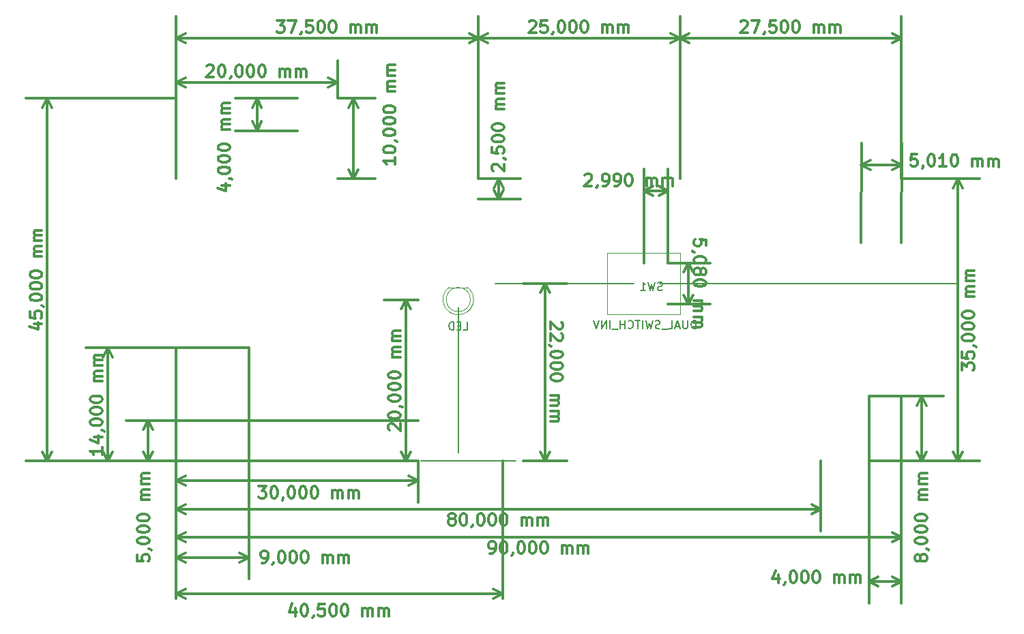
<source format=gbr>
G04 #@! TF.GenerationSoftware,KiCad,Pcbnew,(5.0.2)-1*
G04 #@! TF.CreationDate,2019-11-09T14:17:09+01:00*
G04 #@! TF.ProjectId,MPX_Alimentation,4d50585f-416c-4696-9d65-6e746174696f,v1.0*
G04 #@! TF.SameCoordinates,Original*
G04 #@! TF.FileFunction,Other,Fab,Bot*
%FSLAX46Y46*%
G04 Gerber Fmt 4.6, Leading zero omitted, Abs format (unit mm)*
G04 Created by KiCad (PCBNEW (5.0.2)-1) date 09/11/2019 14:17:09*
%MOMM*%
%LPD*%
G01*
G04 APERTURE LIST*
%ADD10C,0.300000*%
%ADD11C,0.200000*%
%ADD12C,0.120000*%
%ADD13C,0.100000*%
%ADD14C,0.150000*%
G04 APERTURE END LIST*
D10*
X114750000Y-133278571D02*
X114750000Y-134278571D01*
X114392857Y-132707142D02*
X114035714Y-133778571D01*
X114964285Y-133778571D01*
X115821428Y-132778571D02*
X115964285Y-132778571D01*
X116107142Y-132850000D01*
X116178571Y-132921428D01*
X116250000Y-133064285D01*
X116321428Y-133350000D01*
X116321428Y-133707142D01*
X116250000Y-133992857D01*
X116178571Y-134135714D01*
X116107142Y-134207142D01*
X115964285Y-134278571D01*
X115821428Y-134278571D01*
X115678571Y-134207142D01*
X115607142Y-134135714D01*
X115535714Y-133992857D01*
X115464285Y-133707142D01*
X115464285Y-133350000D01*
X115535714Y-133064285D01*
X115607142Y-132921428D01*
X115678571Y-132850000D01*
X115821428Y-132778571D01*
X117035714Y-134207142D02*
X117035714Y-134278571D01*
X116964285Y-134421428D01*
X116892857Y-134492857D01*
X118392857Y-132778571D02*
X117678571Y-132778571D01*
X117607142Y-133492857D01*
X117678571Y-133421428D01*
X117821428Y-133350000D01*
X118178571Y-133350000D01*
X118321428Y-133421428D01*
X118392857Y-133492857D01*
X118464285Y-133635714D01*
X118464285Y-133992857D01*
X118392857Y-134135714D01*
X118321428Y-134207142D01*
X118178571Y-134278571D01*
X117821428Y-134278571D01*
X117678571Y-134207142D01*
X117607142Y-134135714D01*
X119392857Y-132778571D02*
X119535714Y-132778571D01*
X119678571Y-132850000D01*
X119750000Y-132921428D01*
X119821428Y-133064285D01*
X119892857Y-133350000D01*
X119892857Y-133707142D01*
X119821428Y-133992857D01*
X119750000Y-134135714D01*
X119678571Y-134207142D01*
X119535714Y-134278571D01*
X119392857Y-134278571D01*
X119250000Y-134207142D01*
X119178571Y-134135714D01*
X119107142Y-133992857D01*
X119035714Y-133707142D01*
X119035714Y-133350000D01*
X119107142Y-133064285D01*
X119178571Y-132921428D01*
X119250000Y-132850000D01*
X119392857Y-132778571D01*
X120821428Y-132778571D02*
X120964285Y-132778571D01*
X121107142Y-132850000D01*
X121178571Y-132921428D01*
X121250000Y-133064285D01*
X121321428Y-133350000D01*
X121321428Y-133707142D01*
X121250000Y-133992857D01*
X121178571Y-134135714D01*
X121107142Y-134207142D01*
X120964285Y-134278571D01*
X120821428Y-134278571D01*
X120678571Y-134207142D01*
X120607142Y-134135714D01*
X120535714Y-133992857D01*
X120464285Y-133707142D01*
X120464285Y-133350000D01*
X120535714Y-133064285D01*
X120607142Y-132921428D01*
X120678571Y-132850000D01*
X120821428Y-132778571D01*
X123107142Y-134278571D02*
X123107142Y-133278571D01*
X123107142Y-133421428D02*
X123178571Y-133350000D01*
X123321428Y-133278571D01*
X123535714Y-133278571D01*
X123678571Y-133350000D01*
X123750000Y-133492857D01*
X123750000Y-134278571D01*
X123750000Y-133492857D02*
X123821428Y-133350000D01*
X123964285Y-133278571D01*
X124178571Y-133278571D01*
X124321428Y-133350000D01*
X124392857Y-133492857D01*
X124392857Y-134278571D01*
X125107142Y-134278571D02*
X125107142Y-133278571D01*
X125107142Y-133421428D02*
X125178571Y-133350000D01*
X125321428Y-133278571D01*
X125535714Y-133278571D01*
X125678571Y-133350000D01*
X125750000Y-133492857D01*
X125750000Y-134278571D01*
X125750000Y-133492857D02*
X125821428Y-133350000D01*
X125964285Y-133278571D01*
X126178571Y-133278571D01*
X126321428Y-133350000D01*
X126392857Y-133492857D01*
X126392857Y-134278571D01*
X100000000Y-131500000D02*
X140500000Y-131500000D01*
X100000000Y-115000000D02*
X100000000Y-132086421D01*
X140500000Y-115000000D02*
X140500000Y-132086421D01*
X140500000Y-131500000D02*
X139373496Y-132086421D01*
X140500000Y-131500000D02*
X139373496Y-130913579D01*
X100000000Y-131500000D02*
X101126504Y-132086421D01*
X100000000Y-131500000D02*
X101126504Y-130913579D01*
X174714285Y-129178571D02*
X174714285Y-130178571D01*
X174357142Y-128607142D02*
X174000000Y-129678571D01*
X174928571Y-129678571D01*
X175571428Y-130107142D02*
X175571428Y-130178571D01*
X175500000Y-130321428D01*
X175428571Y-130392857D01*
X176500000Y-128678571D02*
X176642857Y-128678571D01*
X176785714Y-128750000D01*
X176857142Y-128821428D01*
X176928571Y-128964285D01*
X177000000Y-129250000D01*
X177000000Y-129607142D01*
X176928571Y-129892857D01*
X176857142Y-130035714D01*
X176785714Y-130107142D01*
X176642857Y-130178571D01*
X176500000Y-130178571D01*
X176357142Y-130107142D01*
X176285714Y-130035714D01*
X176214285Y-129892857D01*
X176142857Y-129607142D01*
X176142857Y-129250000D01*
X176214285Y-128964285D01*
X176285714Y-128821428D01*
X176357142Y-128750000D01*
X176500000Y-128678571D01*
X177928571Y-128678571D02*
X178071428Y-128678571D01*
X178214285Y-128750000D01*
X178285714Y-128821428D01*
X178357142Y-128964285D01*
X178428571Y-129250000D01*
X178428571Y-129607142D01*
X178357142Y-129892857D01*
X178285714Y-130035714D01*
X178214285Y-130107142D01*
X178071428Y-130178571D01*
X177928571Y-130178571D01*
X177785714Y-130107142D01*
X177714285Y-130035714D01*
X177642857Y-129892857D01*
X177571428Y-129607142D01*
X177571428Y-129250000D01*
X177642857Y-128964285D01*
X177714285Y-128821428D01*
X177785714Y-128750000D01*
X177928571Y-128678571D01*
X179357142Y-128678571D02*
X179500000Y-128678571D01*
X179642857Y-128750000D01*
X179714285Y-128821428D01*
X179785714Y-128964285D01*
X179857142Y-129250000D01*
X179857142Y-129607142D01*
X179785714Y-129892857D01*
X179714285Y-130035714D01*
X179642857Y-130107142D01*
X179500000Y-130178571D01*
X179357142Y-130178571D01*
X179214285Y-130107142D01*
X179142857Y-130035714D01*
X179071428Y-129892857D01*
X179000000Y-129607142D01*
X179000000Y-129250000D01*
X179071428Y-128964285D01*
X179142857Y-128821428D01*
X179214285Y-128750000D01*
X179357142Y-128678571D01*
X181642857Y-130178571D02*
X181642857Y-129178571D01*
X181642857Y-129321428D02*
X181714285Y-129250000D01*
X181857142Y-129178571D01*
X182071428Y-129178571D01*
X182214285Y-129250000D01*
X182285714Y-129392857D01*
X182285714Y-130178571D01*
X182285714Y-129392857D02*
X182357142Y-129250000D01*
X182500000Y-129178571D01*
X182714285Y-129178571D01*
X182857142Y-129250000D01*
X182928571Y-129392857D01*
X182928571Y-130178571D01*
X183642857Y-130178571D02*
X183642857Y-129178571D01*
X183642857Y-129321428D02*
X183714285Y-129250000D01*
X183857142Y-129178571D01*
X184071428Y-129178571D01*
X184214285Y-129250000D01*
X184285714Y-129392857D01*
X184285714Y-130178571D01*
X184285714Y-129392857D02*
X184357142Y-129250000D01*
X184500000Y-129178571D01*
X184714285Y-129178571D01*
X184857142Y-129250000D01*
X184928571Y-129392857D01*
X184928571Y-130178571D01*
X186000000Y-129999999D02*
X190000000Y-129999999D01*
X186000000Y-107000000D02*
X186000000Y-132699999D01*
X190000000Y-107000000D02*
X190000000Y-132699999D01*
X190000000Y-129999999D02*
X188873496Y-130586420D01*
X190000000Y-129999999D02*
X188873496Y-129413578D01*
X186000000Y-129999999D02*
X187126504Y-130586420D01*
X186000000Y-129999999D02*
X187126504Y-129413578D01*
X110642857Y-127678571D02*
X110928571Y-127678571D01*
X111071428Y-127607142D01*
X111142857Y-127535714D01*
X111285714Y-127321428D01*
X111357142Y-127035714D01*
X111357142Y-126464285D01*
X111285714Y-126321428D01*
X111214285Y-126250000D01*
X111071428Y-126178571D01*
X110785714Y-126178571D01*
X110642857Y-126250000D01*
X110571428Y-126321428D01*
X110500000Y-126464285D01*
X110500000Y-126821428D01*
X110571428Y-126964285D01*
X110642857Y-127035714D01*
X110785714Y-127107142D01*
X111071428Y-127107142D01*
X111214285Y-127035714D01*
X111285714Y-126964285D01*
X111357142Y-126821428D01*
X112071428Y-127607142D02*
X112071428Y-127678571D01*
X112000000Y-127821428D01*
X111928571Y-127892857D01*
X113000000Y-126178571D02*
X113142857Y-126178571D01*
X113285714Y-126250000D01*
X113357142Y-126321428D01*
X113428571Y-126464285D01*
X113500000Y-126750000D01*
X113500000Y-127107142D01*
X113428571Y-127392857D01*
X113357142Y-127535714D01*
X113285714Y-127607142D01*
X113142857Y-127678571D01*
X113000000Y-127678571D01*
X112857142Y-127607142D01*
X112785714Y-127535714D01*
X112714285Y-127392857D01*
X112642857Y-127107142D01*
X112642857Y-126750000D01*
X112714285Y-126464285D01*
X112785714Y-126321428D01*
X112857142Y-126250000D01*
X113000000Y-126178571D01*
X114428571Y-126178571D02*
X114571428Y-126178571D01*
X114714285Y-126250000D01*
X114785714Y-126321428D01*
X114857142Y-126464285D01*
X114928571Y-126750000D01*
X114928571Y-127107142D01*
X114857142Y-127392857D01*
X114785714Y-127535714D01*
X114714285Y-127607142D01*
X114571428Y-127678571D01*
X114428571Y-127678571D01*
X114285714Y-127607142D01*
X114214285Y-127535714D01*
X114142857Y-127392857D01*
X114071428Y-127107142D01*
X114071428Y-126750000D01*
X114142857Y-126464285D01*
X114214285Y-126321428D01*
X114285714Y-126250000D01*
X114428571Y-126178571D01*
X115857142Y-126178571D02*
X116000000Y-126178571D01*
X116142857Y-126250000D01*
X116214285Y-126321428D01*
X116285714Y-126464285D01*
X116357142Y-126750000D01*
X116357142Y-127107142D01*
X116285714Y-127392857D01*
X116214285Y-127535714D01*
X116142857Y-127607142D01*
X116000000Y-127678571D01*
X115857142Y-127678571D01*
X115714285Y-127607142D01*
X115642857Y-127535714D01*
X115571428Y-127392857D01*
X115500000Y-127107142D01*
X115500000Y-126750000D01*
X115571428Y-126464285D01*
X115642857Y-126321428D01*
X115714285Y-126250000D01*
X115857142Y-126178571D01*
X118142857Y-127678571D02*
X118142857Y-126678571D01*
X118142857Y-126821428D02*
X118214285Y-126750000D01*
X118357142Y-126678571D01*
X118571428Y-126678571D01*
X118714285Y-126750000D01*
X118785714Y-126892857D01*
X118785714Y-127678571D01*
X118785714Y-126892857D02*
X118857142Y-126750000D01*
X119000000Y-126678571D01*
X119214285Y-126678571D01*
X119357142Y-126750000D01*
X119428571Y-126892857D01*
X119428571Y-127678571D01*
X120142857Y-127678571D02*
X120142857Y-126678571D01*
X120142857Y-126821428D02*
X120214285Y-126750000D01*
X120357142Y-126678571D01*
X120571428Y-126678571D01*
X120714285Y-126750000D01*
X120785714Y-126892857D01*
X120785714Y-127678571D01*
X120785714Y-126892857D02*
X120857142Y-126750000D01*
X121000000Y-126678571D01*
X121214285Y-126678571D01*
X121357142Y-126750000D01*
X121428571Y-126892857D01*
X121428571Y-127678571D01*
X109000000Y-127000000D02*
X100000000Y-127000000D01*
X109000000Y-101000000D02*
X109000000Y-129700000D01*
X100000000Y-101000000D02*
X100000000Y-129700000D01*
X100000000Y-127000000D02*
X101126504Y-126413579D01*
X100000000Y-127000000D02*
X101126504Y-127586421D01*
X109000000Y-127000000D02*
X107873496Y-126413579D01*
X109000000Y-127000000D02*
X107873496Y-127586421D01*
X95178571Y-126714285D02*
X95178571Y-127428571D01*
X95892857Y-127500000D01*
X95821428Y-127428571D01*
X95750000Y-127285714D01*
X95750000Y-126928571D01*
X95821428Y-126785714D01*
X95892857Y-126714285D01*
X96035714Y-126642857D01*
X96392857Y-126642857D01*
X96535714Y-126714285D01*
X96607142Y-126785714D01*
X96678571Y-126928571D01*
X96678571Y-127285714D01*
X96607142Y-127428571D01*
X96535714Y-127500000D01*
X96607142Y-125928571D02*
X96678571Y-125928571D01*
X96821428Y-126000000D01*
X96892857Y-126071428D01*
X95178571Y-125000000D02*
X95178571Y-124857142D01*
X95250000Y-124714285D01*
X95321428Y-124642857D01*
X95464285Y-124571428D01*
X95750000Y-124500000D01*
X96107142Y-124500000D01*
X96392857Y-124571428D01*
X96535714Y-124642857D01*
X96607142Y-124714285D01*
X96678571Y-124857142D01*
X96678571Y-125000000D01*
X96607142Y-125142857D01*
X96535714Y-125214285D01*
X96392857Y-125285714D01*
X96107142Y-125357142D01*
X95750000Y-125357142D01*
X95464285Y-125285714D01*
X95321428Y-125214285D01*
X95250000Y-125142857D01*
X95178571Y-125000000D01*
X95178571Y-123571428D02*
X95178571Y-123428571D01*
X95250000Y-123285714D01*
X95321428Y-123214285D01*
X95464285Y-123142857D01*
X95750000Y-123071428D01*
X96107142Y-123071428D01*
X96392857Y-123142857D01*
X96535714Y-123214285D01*
X96607142Y-123285714D01*
X96678571Y-123428571D01*
X96678571Y-123571428D01*
X96607142Y-123714285D01*
X96535714Y-123785714D01*
X96392857Y-123857142D01*
X96107142Y-123928571D01*
X95750000Y-123928571D01*
X95464285Y-123857142D01*
X95321428Y-123785714D01*
X95250000Y-123714285D01*
X95178571Y-123571428D01*
X95178571Y-122142857D02*
X95178571Y-122000000D01*
X95250000Y-121857142D01*
X95321428Y-121785714D01*
X95464285Y-121714285D01*
X95750000Y-121642857D01*
X96107142Y-121642857D01*
X96392857Y-121714285D01*
X96535714Y-121785714D01*
X96607142Y-121857142D01*
X96678571Y-122000000D01*
X96678571Y-122142857D01*
X96607142Y-122285714D01*
X96535714Y-122357142D01*
X96392857Y-122428571D01*
X96107142Y-122500000D01*
X95750000Y-122500000D01*
X95464285Y-122428571D01*
X95321428Y-122357142D01*
X95250000Y-122285714D01*
X95178571Y-122142857D01*
X96678571Y-119857142D02*
X95678571Y-119857142D01*
X95821428Y-119857142D02*
X95750000Y-119785714D01*
X95678571Y-119642857D01*
X95678571Y-119428571D01*
X95750000Y-119285714D01*
X95892857Y-119214285D01*
X96678571Y-119214285D01*
X95892857Y-119214285D02*
X95750000Y-119142857D01*
X95678571Y-119000000D01*
X95678571Y-118785714D01*
X95750000Y-118642857D01*
X95892857Y-118571428D01*
X96678571Y-118571428D01*
X96678571Y-117857142D02*
X95678571Y-117857142D01*
X95821428Y-117857142D02*
X95750000Y-117785714D01*
X95678571Y-117642857D01*
X95678571Y-117428571D01*
X95750000Y-117285714D01*
X95892857Y-117214285D01*
X96678571Y-117214285D01*
X95892857Y-117214285D02*
X95750000Y-117142857D01*
X95678571Y-117000000D01*
X95678571Y-116785714D01*
X95750000Y-116642857D01*
X95892857Y-116571428D01*
X96678571Y-116571428D01*
X96500001Y-115000000D02*
X96500001Y-110000000D01*
X130000000Y-115000000D02*
X93800001Y-115000000D01*
X130000000Y-110000000D02*
X93800001Y-110000000D01*
X96500001Y-110000000D02*
X97086422Y-111126504D01*
X96500001Y-110000000D02*
X95913580Y-111126504D01*
X96500001Y-115000000D02*
X97086422Y-113873496D01*
X96500001Y-115000000D02*
X95913580Y-113873496D01*
X138928571Y-126528570D02*
X139214285Y-126528570D01*
X139357142Y-126457141D01*
X139428571Y-126385713D01*
X139571428Y-126171427D01*
X139642857Y-125885713D01*
X139642857Y-125314284D01*
X139571428Y-125171427D01*
X139500000Y-125099999D01*
X139357142Y-125028570D01*
X139071428Y-125028570D01*
X138928571Y-125099999D01*
X138857142Y-125171427D01*
X138785714Y-125314284D01*
X138785714Y-125671427D01*
X138857142Y-125814284D01*
X138928571Y-125885713D01*
X139071428Y-125957141D01*
X139357142Y-125957141D01*
X139500000Y-125885713D01*
X139571428Y-125814284D01*
X139642857Y-125671427D01*
X140571428Y-125028570D02*
X140714285Y-125028570D01*
X140857142Y-125099999D01*
X140928571Y-125171427D01*
X141000000Y-125314284D01*
X141071428Y-125599999D01*
X141071428Y-125957141D01*
X141000000Y-126242856D01*
X140928571Y-126385713D01*
X140857142Y-126457141D01*
X140714285Y-126528570D01*
X140571428Y-126528570D01*
X140428571Y-126457141D01*
X140357142Y-126385713D01*
X140285714Y-126242856D01*
X140214285Y-125957141D01*
X140214285Y-125599999D01*
X140285714Y-125314284D01*
X140357142Y-125171427D01*
X140428571Y-125099999D01*
X140571428Y-125028570D01*
X141785714Y-126457141D02*
X141785714Y-126528570D01*
X141714285Y-126671427D01*
X141642857Y-126742856D01*
X142714285Y-125028570D02*
X142857142Y-125028570D01*
X143000000Y-125099999D01*
X143071428Y-125171427D01*
X143142857Y-125314284D01*
X143214285Y-125599999D01*
X143214285Y-125957141D01*
X143142857Y-126242856D01*
X143071428Y-126385713D01*
X143000000Y-126457141D01*
X142857142Y-126528570D01*
X142714285Y-126528570D01*
X142571428Y-126457141D01*
X142500000Y-126385713D01*
X142428571Y-126242856D01*
X142357142Y-125957141D01*
X142357142Y-125599999D01*
X142428571Y-125314284D01*
X142500000Y-125171427D01*
X142571428Y-125099999D01*
X142714285Y-125028570D01*
X144142857Y-125028570D02*
X144285714Y-125028570D01*
X144428571Y-125099999D01*
X144500000Y-125171427D01*
X144571428Y-125314284D01*
X144642857Y-125599999D01*
X144642857Y-125957141D01*
X144571428Y-126242856D01*
X144500000Y-126385713D01*
X144428571Y-126457141D01*
X144285714Y-126528570D01*
X144142857Y-126528570D01*
X144000000Y-126457141D01*
X143928571Y-126385713D01*
X143857142Y-126242856D01*
X143785714Y-125957141D01*
X143785714Y-125599999D01*
X143857142Y-125314284D01*
X143928571Y-125171427D01*
X144000000Y-125099999D01*
X144142857Y-125028570D01*
X145571428Y-125028570D02*
X145714285Y-125028570D01*
X145857142Y-125099999D01*
X145928571Y-125171427D01*
X146000000Y-125314284D01*
X146071428Y-125599999D01*
X146071428Y-125957141D01*
X146000000Y-126242856D01*
X145928571Y-126385713D01*
X145857142Y-126457141D01*
X145714285Y-126528570D01*
X145571428Y-126528570D01*
X145428571Y-126457141D01*
X145357142Y-126385713D01*
X145285714Y-126242856D01*
X145214285Y-125957141D01*
X145214285Y-125599999D01*
X145285714Y-125314284D01*
X145357142Y-125171427D01*
X145428571Y-125099999D01*
X145571428Y-125028570D01*
X147857142Y-126528570D02*
X147857142Y-125528570D01*
X147857142Y-125671427D02*
X147928571Y-125599999D01*
X148071428Y-125528570D01*
X148285714Y-125528570D01*
X148428571Y-125599999D01*
X148500000Y-125742856D01*
X148500000Y-126528570D01*
X148500000Y-125742856D02*
X148571428Y-125599999D01*
X148714285Y-125528570D01*
X148928571Y-125528570D01*
X149071428Y-125599999D01*
X149142857Y-125742856D01*
X149142857Y-126528570D01*
X149857142Y-126528570D02*
X149857142Y-125528570D01*
X149857142Y-125671427D02*
X149928571Y-125599999D01*
X150071428Y-125528570D01*
X150285714Y-125528570D01*
X150428571Y-125599999D01*
X150500000Y-125742856D01*
X150500000Y-126528570D01*
X150500000Y-125742856D02*
X150571428Y-125599999D01*
X150714285Y-125528570D01*
X150928571Y-125528570D01*
X151071428Y-125599999D01*
X151142857Y-125742856D01*
X151142857Y-126528570D01*
X100000000Y-124499999D02*
X190000000Y-124499999D01*
X100000000Y-115000000D02*
X100000000Y-127199999D01*
X190000000Y-115000000D02*
X190000000Y-127199999D01*
X190000000Y-124499999D02*
X188873496Y-125086420D01*
X190000000Y-124499999D02*
X188873496Y-123913578D01*
X100000000Y-124499999D02*
X101126504Y-125086420D01*
X100000000Y-124499999D02*
X101126504Y-123913578D01*
X134071428Y-122171427D02*
X133928571Y-122099999D01*
X133857142Y-122028570D01*
X133785714Y-121885713D01*
X133785714Y-121814284D01*
X133857142Y-121671427D01*
X133928571Y-121599999D01*
X134071428Y-121528570D01*
X134357142Y-121528570D01*
X134500000Y-121599999D01*
X134571428Y-121671427D01*
X134642857Y-121814284D01*
X134642857Y-121885713D01*
X134571428Y-122028570D01*
X134500000Y-122099999D01*
X134357142Y-122171427D01*
X134071428Y-122171427D01*
X133928571Y-122242856D01*
X133857142Y-122314284D01*
X133785714Y-122457141D01*
X133785714Y-122742856D01*
X133857142Y-122885713D01*
X133928571Y-122957141D01*
X134071428Y-123028570D01*
X134357142Y-123028570D01*
X134500000Y-122957141D01*
X134571428Y-122885713D01*
X134642857Y-122742856D01*
X134642857Y-122457141D01*
X134571428Y-122314284D01*
X134500000Y-122242856D01*
X134357142Y-122171427D01*
X135571428Y-121528570D02*
X135714285Y-121528570D01*
X135857142Y-121599999D01*
X135928571Y-121671427D01*
X136000000Y-121814284D01*
X136071428Y-122099999D01*
X136071428Y-122457141D01*
X136000000Y-122742856D01*
X135928571Y-122885713D01*
X135857142Y-122957141D01*
X135714285Y-123028570D01*
X135571428Y-123028570D01*
X135428571Y-122957141D01*
X135357142Y-122885713D01*
X135285714Y-122742856D01*
X135214285Y-122457141D01*
X135214285Y-122099999D01*
X135285714Y-121814284D01*
X135357142Y-121671427D01*
X135428571Y-121599999D01*
X135571428Y-121528570D01*
X136785714Y-122957141D02*
X136785714Y-123028570D01*
X136714285Y-123171427D01*
X136642857Y-123242856D01*
X137714285Y-121528570D02*
X137857142Y-121528570D01*
X138000000Y-121599999D01*
X138071428Y-121671427D01*
X138142857Y-121814284D01*
X138214285Y-122099999D01*
X138214285Y-122457141D01*
X138142857Y-122742856D01*
X138071428Y-122885713D01*
X138000000Y-122957141D01*
X137857142Y-123028570D01*
X137714285Y-123028570D01*
X137571428Y-122957141D01*
X137500000Y-122885713D01*
X137428571Y-122742856D01*
X137357142Y-122457141D01*
X137357142Y-122099999D01*
X137428571Y-121814284D01*
X137500000Y-121671427D01*
X137571428Y-121599999D01*
X137714285Y-121528570D01*
X139142857Y-121528570D02*
X139285714Y-121528570D01*
X139428571Y-121599999D01*
X139500000Y-121671427D01*
X139571428Y-121814284D01*
X139642857Y-122099999D01*
X139642857Y-122457141D01*
X139571428Y-122742856D01*
X139500000Y-122885713D01*
X139428571Y-122957141D01*
X139285714Y-123028570D01*
X139142857Y-123028570D01*
X139000000Y-122957141D01*
X138928571Y-122885713D01*
X138857142Y-122742856D01*
X138785714Y-122457141D01*
X138785714Y-122099999D01*
X138857142Y-121814284D01*
X138928571Y-121671427D01*
X139000000Y-121599999D01*
X139142857Y-121528570D01*
X140571428Y-121528570D02*
X140714285Y-121528570D01*
X140857142Y-121599999D01*
X140928571Y-121671427D01*
X141000000Y-121814284D01*
X141071428Y-122099999D01*
X141071428Y-122457141D01*
X141000000Y-122742856D01*
X140928571Y-122885713D01*
X140857142Y-122957141D01*
X140714285Y-123028570D01*
X140571428Y-123028570D01*
X140428571Y-122957141D01*
X140357142Y-122885713D01*
X140285714Y-122742856D01*
X140214285Y-122457141D01*
X140214285Y-122099999D01*
X140285714Y-121814284D01*
X140357142Y-121671427D01*
X140428571Y-121599999D01*
X140571428Y-121528570D01*
X142857142Y-123028570D02*
X142857142Y-122028570D01*
X142857142Y-122171427D02*
X142928571Y-122099999D01*
X143071428Y-122028570D01*
X143285714Y-122028570D01*
X143428571Y-122099999D01*
X143500000Y-122242856D01*
X143500000Y-123028570D01*
X143500000Y-122242856D02*
X143571428Y-122099999D01*
X143714285Y-122028570D01*
X143928571Y-122028570D01*
X144071428Y-122099999D01*
X144142857Y-122242856D01*
X144142857Y-123028570D01*
X144857142Y-123028570D02*
X144857142Y-122028570D01*
X144857142Y-122171427D02*
X144928571Y-122099999D01*
X145071428Y-122028570D01*
X145285714Y-122028570D01*
X145428571Y-122099999D01*
X145500000Y-122242856D01*
X145500000Y-123028570D01*
X145500000Y-122242856D02*
X145571428Y-122099999D01*
X145714285Y-122028570D01*
X145928571Y-122028570D01*
X146071428Y-122099999D01*
X146142857Y-122242856D01*
X146142857Y-123028570D01*
X100000000Y-120999999D02*
X180000000Y-120999999D01*
X100000000Y-115000000D02*
X100000000Y-123699999D01*
X180000000Y-115000000D02*
X180000000Y-123699999D01*
X180000000Y-120999999D02*
X178873496Y-121586420D01*
X180000000Y-120999999D02*
X178873496Y-120413578D01*
X100000000Y-120999999D02*
X101126504Y-121586420D01*
X100000000Y-120999999D02*
X101126504Y-120413578D01*
X110214285Y-118178571D02*
X111142857Y-118178571D01*
X110642857Y-118750000D01*
X110857142Y-118750000D01*
X111000000Y-118821428D01*
X111071428Y-118892857D01*
X111142857Y-119035714D01*
X111142857Y-119392857D01*
X111071428Y-119535714D01*
X111000000Y-119607142D01*
X110857142Y-119678571D01*
X110428571Y-119678571D01*
X110285714Y-119607142D01*
X110214285Y-119535714D01*
X112071428Y-118178571D02*
X112214285Y-118178571D01*
X112357142Y-118250000D01*
X112428571Y-118321428D01*
X112500000Y-118464285D01*
X112571428Y-118750000D01*
X112571428Y-119107142D01*
X112500000Y-119392857D01*
X112428571Y-119535714D01*
X112357142Y-119607142D01*
X112214285Y-119678571D01*
X112071428Y-119678571D01*
X111928571Y-119607142D01*
X111857142Y-119535714D01*
X111785714Y-119392857D01*
X111714285Y-119107142D01*
X111714285Y-118750000D01*
X111785714Y-118464285D01*
X111857142Y-118321428D01*
X111928571Y-118250000D01*
X112071428Y-118178571D01*
X113285714Y-119607142D02*
X113285714Y-119678571D01*
X113214285Y-119821428D01*
X113142857Y-119892857D01*
X114214285Y-118178571D02*
X114357142Y-118178571D01*
X114500000Y-118250000D01*
X114571428Y-118321428D01*
X114642857Y-118464285D01*
X114714285Y-118750000D01*
X114714285Y-119107142D01*
X114642857Y-119392857D01*
X114571428Y-119535714D01*
X114500000Y-119607142D01*
X114357142Y-119678571D01*
X114214285Y-119678571D01*
X114071428Y-119607142D01*
X114000000Y-119535714D01*
X113928571Y-119392857D01*
X113857142Y-119107142D01*
X113857142Y-118750000D01*
X113928571Y-118464285D01*
X114000000Y-118321428D01*
X114071428Y-118250000D01*
X114214285Y-118178571D01*
X115642857Y-118178571D02*
X115785714Y-118178571D01*
X115928571Y-118250000D01*
X116000000Y-118321428D01*
X116071428Y-118464285D01*
X116142857Y-118750000D01*
X116142857Y-119107142D01*
X116071428Y-119392857D01*
X116000000Y-119535714D01*
X115928571Y-119607142D01*
X115785714Y-119678571D01*
X115642857Y-119678571D01*
X115500000Y-119607142D01*
X115428571Y-119535714D01*
X115357142Y-119392857D01*
X115285714Y-119107142D01*
X115285714Y-118750000D01*
X115357142Y-118464285D01*
X115428571Y-118321428D01*
X115500000Y-118250000D01*
X115642857Y-118178571D01*
X117071428Y-118178571D02*
X117214285Y-118178571D01*
X117357142Y-118250000D01*
X117428571Y-118321428D01*
X117500000Y-118464285D01*
X117571428Y-118750000D01*
X117571428Y-119107142D01*
X117500000Y-119392857D01*
X117428571Y-119535714D01*
X117357142Y-119607142D01*
X117214285Y-119678571D01*
X117071428Y-119678571D01*
X116928571Y-119607142D01*
X116857142Y-119535714D01*
X116785714Y-119392857D01*
X116714285Y-119107142D01*
X116714285Y-118750000D01*
X116785714Y-118464285D01*
X116857142Y-118321428D01*
X116928571Y-118250000D01*
X117071428Y-118178571D01*
X119357142Y-119678571D02*
X119357142Y-118678571D01*
X119357142Y-118821428D02*
X119428571Y-118750000D01*
X119571428Y-118678571D01*
X119785714Y-118678571D01*
X119928571Y-118750000D01*
X120000000Y-118892857D01*
X120000000Y-119678571D01*
X120000000Y-118892857D02*
X120071428Y-118750000D01*
X120214285Y-118678571D01*
X120428571Y-118678571D01*
X120571428Y-118750000D01*
X120642857Y-118892857D01*
X120642857Y-119678571D01*
X121357142Y-119678571D02*
X121357142Y-118678571D01*
X121357142Y-118821428D02*
X121428571Y-118750000D01*
X121571428Y-118678571D01*
X121785714Y-118678571D01*
X121928571Y-118750000D01*
X122000000Y-118892857D01*
X122000000Y-119678571D01*
X122000000Y-118892857D02*
X122071428Y-118750000D01*
X122214285Y-118678571D01*
X122428571Y-118678571D01*
X122571428Y-118750000D01*
X122642857Y-118892857D01*
X122642857Y-119678571D01*
X130000000Y-117500000D02*
X100000000Y-117500000D01*
X130000000Y-115000000D02*
X130000000Y-120200000D01*
X100000000Y-115000000D02*
X100000000Y-120200000D01*
X100000000Y-117500000D02*
X101126504Y-116913579D01*
X100000000Y-117500000D02*
X101126504Y-118086421D01*
X130000000Y-117500000D02*
X128873496Y-116913579D01*
X130000000Y-117500000D02*
X128873496Y-118086421D01*
X170035714Y-60471428D02*
X170107142Y-60400000D01*
X170250000Y-60328571D01*
X170607142Y-60328571D01*
X170750000Y-60400000D01*
X170821428Y-60471428D01*
X170892857Y-60614285D01*
X170892857Y-60757142D01*
X170821428Y-60971428D01*
X169964285Y-61828571D01*
X170892857Y-61828571D01*
X171392857Y-60328571D02*
X172392857Y-60328571D01*
X171750000Y-61828571D01*
X173035714Y-61757142D02*
X173035714Y-61828571D01*
X172964285Y-61971428D01*
X172892857Y-62042857D01*
X174392857Y-60328571D02*
X173678571Y-60328571D01*
X173607142Y-61042857D01*
X173678571Y-60971428D01*
X173821428Y-60900000D01*
X174178571Y-60900000D01*
X174321428Y-60971428D01*
X174392857Y-61042857D01*
X174464285Y-61185714D01*
X174464285Y-61542857D01*
X174392857Y-61685714D01*
X174321428Y-61757142D01*
X174178571Y-61828571D01*
X173821428Y-61828571D01*
X173678571Y-61757142D01*
X173607142Y-61685714D01*
X175392857Y-60328571D02*
X175535714Y-60328571D01*
X175678571Y-60400000D01*
X175750000Y-60471428D01*
X175821428Y-60614285D01*
X175892857Y-60900000D01*
X175892857Y-61257142D01*
X175821428Y-61542857D01*
X175750000Y-61685714D01*
X175678571Y-61757142D01*
X175535714Y-61828571D01*
X175392857Y-61828571D01*
X175250000Y-61757142D01*
X175178571Y-61685714D01*
X175107142Y-61542857D01*
X175035714Y-61257142D01*
X175035714Y-60900000D01*
X175107142Y-60614285D01*
X175178571Y-60471428D01*
X175250000Y-60400000D01*
X175392857Y-60328571D01*
X176821428Y-60328571D02*
X176964285Y-60328571D01*
X177107142Y-60400000D01*
X177178571Y-60471428D01*
X177250000Y-60614285D01*
X177321428Y-60900000D01*
X177321428Y-61257142D01*
X177250000Y-61542857D01*
X177178571Y-61685714D01*
X177107142Y-61757142D01*
X176964285Y-61828571D01*
X176821428Y-61828571D01*
X176678571Y-61757142D01*
X176607142Y-61685714D01*
X176535714Y-61542857D01*
X176464285Y-61257142D01*
X176464285Y-60900000D01*
X176535714Y-60614285D01*
X176607142Y-60471428D01*
X176678571Y-60400000D01*
X176821428Y-60328571D01*
X179107142Y-61828571D02*
X179107142Y-60828571D01*
X179107142Y-60971428D02*
X179178571Y-60900000D01*
X179321428Y-60828571D01*
X179535714Y-60828571D01*
X179678571Y-60900000D01*
X179750000Y-61042857D01*
X179750000Y-61828571D01*
X179750000Y-61042857D02*
X179821428Y-60900000D01*
X179964285Y-60828571D01*
X180178571Y-60828571D01*
X180321428Y-60900000D01*
X180392857Y-61042857D01*
X180392857Y-61828571D01*
X181107142Y-61828571D02*
X181107142Y-60828571D01*
X181107142Y-60971428D02*
X181178571Y-60900000D01*
X181321428Y-60828571D01*
X181535714Y-60828571D01*
X181678571Y-60900000D01*
X181750000Y-61042857D01*
X181750000Y-61828571D01*
X181750000Y-61042857D02*
X181821428Y-60900000D01*
X181964285Y-60828571D01*
X182178571Y-60828571D01*
X182321428Y-60900000D01*
X182392857Y-61042857D01*
X182392857Y-61828571D01*
X162500000Y-62500000D02*
X190000000Y-62500000D01*
X162500000Y-80000000D02*
X162500000Y-59800000D01*
X190000000Y-80000000D02*
X190000000Y-59800000D01*
X190000000Y-62500000D02*
X188873496Y-63086421D01*
X190000000Y-62500000D02*
X188873496Y-61913579D01*
X162500000Y-62500000D02*
X163626504Y-63086421D01*
X162500000Y-62500000D02*
X163626504Y-61913579D01*
X143785714Y-60471429D02*
X143857142Y-60400001D01*
X144000000Y-60328572D01*
X144357142Y-60328572D01*
X144500000Y-60400001D01*
X144571428Y-60471429D01*
X144642857Y-60614286D01*
X144642857Y-60757143D01*
X144571428Y-60971429D01*
X143714285Y-61828572D01*
X144642857Y-61828572D01*
X146000000Y-60328572D02*
X145285714Y-60328572D01*
X145214285Y-61042858D01*
X145285714Y-60971429D01*
X145428571Y-60900001D01*
X145785714Y-60900001D01*
X145928571Y-60971429D01*
X146000000Y-61042858D01*
X146071428Y-61185715D01*
X146071428Y-61542858D01*
X146000000Y-61685715D01*
X145928571Y-61757143D01*
X145785714Y-61828572D01*
X145428571Y-61828572D01*
X145285714Y-61757143D01*
X145214285Y-61685715D01*
X146785714Y-61757143D02*
X146785714Y-61828572D01*
X146714285Y-61971429D01*
X146642857Y-62042858D01*
X147714285Y-60328572D02*
X147857142Y-60328572D01*
X148000000Y-60400001D01*
X148071428Y-60471429D01*
X148142857Y-60614286D01*
X148214285Y-60900001D01*
X148214285Y-61257143D01*
X148142857Y-61542858D01*
X148071428Y-61685715D01*
X148000000Y-61757143D01*
X147857142Y-61828572D01*
X147714285Y-61828572D01*
X147571428Y-61757143D01*
X147500000Y-61685715D01*
X147428571Y-61542858D01*
X147357142Y-61257143D01*
X147357142Y-60900001D01*
X147428571Y-60614286D01*
X147500000Y-60471429D01*
X147571428Y-60400001D01*
X147714285Y-60328572D01*
X149142857Y-60328572D02*
X149285714Y-60328572D01*
X149428571Y-60400001D01*
X149500000Y-60471429D01*
X149571428Y-60614286D01*
X149642857Y-60900001D01*
X149642857Y-61257143D01*
X149571428Y-61542858D01*
X149500000Y-61685715D01*
X149428571Y-61757143D01*
X149285714Y-61828572D01*
X149142857Y-61828572D01*
X149000000Y-61757143D01*
X148928571Y-61685715D01*
X148857142Y-61542858D01*
X148785714Y-61257143D01*
X148785714Y-60900001D01*
X148857142Y-60614286D01*
X148928571Y-60471429D01*
X149000000Y-60400001D01*
X149142857Y-60328572D01*
X150571428Y-60328572D02*
X150714285Y-60328572D01*
X150857142Y-60400001D01*
X150928571Y-60471429D01*
X151000000Y-60614286D01*
X151071428Y-60900001D01*
X151071428Y-61257143D01*
X151000000Y-61542858D01*
X150928571Y-61685715D01*
X150857142Y-61757143D01*
X150714285Y-61828572D01*
X150571428Y-61828572D01*
X150428571Y-61757143D01*
X150357142Y-61685715D01*
X150285714Y-61542858D01*
X150214285Y-61257143D01*
X150214285Y-60900001D01*
X150285714Y-60614286D01*
X150357142Y-60471429D01*
X150428571Y-60400001D01*
X150571428Y-60328572D01*
X152857142Y-61828572D02*
X152857142Y-60828572D01*
X152857142Y-60971429D02*
X152928571Y-60900001D01*
X153071428Y-60828572D01*
X153285714Y-60828572D01*
X153428571Y-60900001D01*
X153500000Y-61042858D01*
X153500000Y-61828572D01*
X153500000Y-61042858D02*
X153571428Y-60900001D01*
X153714285Y-60828572D01*
X153928571Y-60828572D01*
X154071428Y-60900001D01*
X154142857Y-61042858D01*
X154142857Y-61828572D01*
X154857142Y-61828572D02*
X154857142Y-60828572D01*
X154857142Y-60971429D02*
X154928571Y-60900001D01*
X155071428Y-60828572D01*
X155285714Y-60828572D01*
X155428571Y-60900001D01*
X155500000Y-61042858D01*
X155500000Y-61828572D01*
X155500000Y-61042858D02*
X155571428Y-60900001D01*
X155714285Y-60828572D01*
X155928571Y-60828572D01*
X156071428Y-60900001D01*
X156142857Y-61042858D01*
X156142857Y-61828572D01*
X162500000Y-62500001D02*
X137500000Y-62500001D01*
X162500000Y-80000000D02*
X162500000Y-59800001D01*
X137500000Y-80000000D02*
X137500000Y-59800001D01*
X137500000Y-62500001D02*
X138626504Y-61913580D01*
X137500000Y-62500001D02*
X138626504Y-63086422D01*
X162500000Y-62500001D02*
X161373496Y-61913580D01*
X162500000Y-62500001D02*
X161373496Y-63086422D01*
X112464285Y-60328572D02*
X113392857Y-60328572D01*
X112892857Y-60900001D01*
X113107142Y-60900001D01*
X113250000Y-60971429D01*
X113321428Y-61042858D01*
X113392857Y-61185715D01*
X113392857Y-61542858D01*
X113321428Y-61685715D01*
X113250000Y-61757143D01*
X113107142Y-61828572D01*
X112678571Y-61828572D01*
X112535714Y-61757143D01*
X112464285Y-61685715D01*
X113892857Y-60328572D02*
X114892857Y-60328572D01*
X114250000Y-61828572D01*
X115535714Y-61757143D02*
X115535714Y-61828572D01*
X115464285Y-61971429D01*
X115392857Y-62042858D01*
X116892857Y-60328572D02*
X116178571Y-60328572D01*
X116107142Y-61042858D01*
X116178571Y-60971429D01*
X116321428Y-60900001D01*
X116678571Y-60900001D01*
X116821428Y-60971429D01*
X116892857Y-61042858D01*
X116964285Y-61185715D01*
X116964285Y-61542858D01*
X116892857Y-61685715D01*
X116821428Y-61757143D01*
X116678571Y-61828572D01*
X116321428Y-61828572D01*
X116178571Y-61757143D01*
X116107142Y-61685715D01*
X117892857Y-60328572D02*
X118035714Y-60328572D01*
X118178571Y-60400001D01*
X118250000Y-60471429D01*
X118321428Y-60614286D01*
X118392857Y-60900001D01*
X118392857Y-61257143D01*
X118321428Y-61542858D01*
X118250000Y-61685715D01*
X118178571Y-61757143D01*
X118035714Y-61828572D01*
X117892857Y-61828572D01*
X117750000Y-61757143D01*
X117678571Y-61685715D01*
X117607142Y-61542858D01*
X117535714Y-61257143D01*
X117535714Y-60900001D01*
X117607142Y-60614286D01*
X117678571Y-60471429D01*
X117750000Y-60400001D01*
X117892857Y-60328572D01*
X119321428Y-60328572D02*
X119464285Y-60328572D01*
X119607142Y-60400001D01*
X119678571Y-60471429D01*
X119750000Y-60614286D01*
X119821428Y-60900001D01*
X119821428Y-61257143D01*
X119750000Y-61542858D01*
X119678571Y-61685715D01*
X119607142Y-61757143D01*
X119464285Y-61828572D01*
X119321428Y-61828572D01*
X119178571Y-61757143D01*
X119107142Y-61685715D01*
X119035714Y-61542858D01*
X118964285Y-61257143D01*
X118964285Y-60900001D01*
X119035714Y-60614286D01*
X119107142Y-60471429D01*
X119178571Y-60400001D01*
X119321428Y-60328572D01*
X121607142Y-61828572D02*
X121607142Y-60828572D01*
X121607142Y-60971429D02*
X121678571Y-60900001D01*
X121821428Y-60828572D01*
X122035714Y-60828572D01*
X122178571Y-60900001D01*
X122250000Y-61042858D01*
X122250000Y-61828572D01*
X122250000Y-61042858D02*
X122321428Y-60900001D01*
X122464285Y-60828572D01*
X122678571Y-60828572D01*
X122821428Y-60900001D01*
X122892857Y-61042858D01*
X122892857Y-61828572D01*
X123607142Y-61828572D02*
X123607142Y-60828572D01*
X123607142Y-60971429D02*
X123678571Y-60900001D01*
X123821428Y-60828572D01*
X124035714Y-60828572D01*
X124178571Y-60900001D01*
X124250000Y-61042858D01*
X124250000Y-61828572D01*
X124250000Y-61042858D02*
X124321428Y-60900001D01*
X124464285Y-60828572D01*
X124678571Y-60828572D01*
X124821428Y-60900001D01*
X124892857Y-61042858D01*
X124892857Y-61828572D01*
X137500000Y-62500001D02*
X100000000Y-62500001D01*
X137500000Y-80000000D02*
X137500000Y-59800001D01*
X100000000Y-80000000D02*
X100000000Y-59800001D01*
X100000000Y-62500001D02*
X101126504Y-61913580D01*
X100000000Y-62500001D02*
X101126504Y-63086422D01*
X137500000Y-62500001D02*
X136373496Y-61913580D01*
X137500000Y-62500001D02*
X136373496Y-63086422D01*
X103785714Y-65971428D02*
X103857142Y-65900000D01*
X104000000Y-65828571D01*
X104357142Y-65828571D01*
X104500000Y-65900000D01*
X104571428Y-65971428D01*
X104642857Y-66114285D01*
X104642857Y-66257142D01*
X104571428Y-66471428D01*
X103714285Y-67328571D01*
X104642857Y-67328571D01*
X105571428Y-65828571D02*
X105714285Y-65828571D01*
X105857142Y-65900000D01*
X105928571Y-65971428D01*
X106000000Y-66114285D01*
X106071428Y-66400000D01*
X106071428Y-66757142D01*
X106000000Y-67042857D01*
X105928571Y-67185714D01*
X105857142Y-67257142D01*
X105714285Y-67328571D01*
X105571428Y-67328571D01*
X105428571Y-67257142D01*
X105357142Y-67185714D01*
X105285714Y-67042857D01*
X105214285Y-66757142D01*
X105214285Y-66400000D01*
X105285714Y-66114285D01*
X105357142Y-65971428D01*
X105428571Y-65900000D01*
X105571428Y-65828571D01*
X106785714Y-67257142D02*
X106785714Y-67328571D01*
X106714285Y-67471428D01*
X106642857Y-67542857D01*
X107714285Y-65828571D02*
X107857142Y-65828571D01*
X108000000Y-65900000D01*
X108071428Y-65971428D01*
X108142857Y-66114285D01*
X108214285Y-66400000D01*
X108214285Y-66757142D01*
X108142857Y-67042857D01*
X108071428Y-67185714D01*
X108000000Y-67257142D01*
X107857142Y-67328571D01*
X107714285Y-67328571D01*
X107571428Y-67257142D01*
X107500000Y-67185714D01*
X107428571Y-67042857D01*
X107357142Y-66757142D01*
X107357142Y-66400000D01*
X107428571Y-66114285D01*
X107500000Y-65971428D01*
X107571428Y-65900000D01*
X107714285Y-65828571D01*
X109142857Y-65828571D02*
X109285714Y-65828571D01*
X109428571Y-65900000D01*
X109500000Y-65971428D01*
X109571428Y-66114285D01*
X109642857Y-66400000D01*
X109642857Y-66757142D01*
X109571428Y-67042857D01*
X109500000Y-67185714D01*
X109428571Y-67257142D01*
X109285714Y-67328571D01*
X109142857Y-67328571D01*
X109000000Y-67257142D01*
X108928571Y-67185714D01*
X108857142Y-67042857D01*
X108785714Y-66757142D01*
X108785714Y-66400000D01*
X108857142Y-66114285D01*
X108928571Y-65971428D01*
X109000000Y-65900000D01*
X109142857Y-65828571D01*
X110571428Y-65828571D02*
X110714285Y-65828571D01*
X110857142Y-65900000D01*
X110928571Y-65971428D01*
X111000000Y-66114285D01*
X111071428Y-66400000D01*
X111071428Y-66757142D01*
X111000000Y-67042857D01*
X110928571Y-67185714D01*
X110857142Y-67257142D01*
X110714285Y-67328571D01*
X110571428Y-67328571D01*
X110428571Y-67257142D01*
X110357142Y-67185714D01*
X110285714Y-67042857D01*
X110214285Y-66757142D01*
X110214285Y-66400000D01*
X110285714Y-66114285D01*
X110357142Y-65971428D01*
X110428571Y-65900000D01*
X110571428Y-65828571D01*
X112857142Y-67328571D02*
X112857142Y-66328571D01*
X112857142Y-66471428D02*
X112928571Y-66400000D01*
X113071428Y-66328571D01*
X113285714Y-66328571D01*
X113428571Y-66400000D01*
X113500000Y-66542857D01*
X113500000Y-67328571D01*
X113500000Y-66542857D02*
X113571428Y-66400000D01*
X113714285Y-66328571D01*
X113928571Y-66328571D01*
X114071428Y-66400000D01*
X114142857Y-66542857D01*
X114142857Y-67328571D01*
X114857142Y-67328571D02*
X114857142Y-66328571D01*
X114857142Y-66471428D02*
X114928571Y-66400000D01*
X115071428Y-66328571D01*
X115285714Y-66328571D01*
X115428571Y-66400000D01*
X115500000Y-66542857D01*
X115500000Y-67328571D01*
X115500000Y-66542857D02*
X115571428Y-66400000D01*
X115714285Y-66328571D01*
X115928571Y-66328571D01*
X116071428Y-66400000D01*
X116142857Y-66542857D01*
X116142857Y-67328571D01*
X100000000Y-68000000D02*
X120000000Y-68000000D01*
X100000000Y-70000000D02*
X100000000Y-65300000D01*
X120000000Y-70000000D02*
X120000000Y-65300000D01*
X120000000Y-68000000D02*
X118873496Y-68586421D01*
X120000000Y-68000000D02*
X118873496Y-67413579D01*
X100000000Y-68000000D02*
X101126504Y-68586421D01*
X100000000Y-68000000D02*
X101126504Y-67413579D01*
X82328571Y-98000000D02*
X83328571Y-98000000D01*
X81757142Y-98357142D02*
X82828571Y-98714285D01*
X82828571Y-97785714D01*
X81828571Y-96500000D02*
X81828571Y-97214285D01*
X82542857Y-97285714D01*
X82471428Y-97214285D01*
X82400000Y-97071428D01*
X82400000Y-96714285D01*
X82471428Y-96571428D01*
X82542857Y-96500000D01*
X82685714Y-96428571D01*
X83042857Y-96428571D01*
X83185714Y-96500000D01*
X83257142Y-96571428D01*
X83328571Y-96714285D01*
X83328571Y-97071428D01*
X83257142Y-97214285D01*
X83185714Y-97285714D01*
X83257142Y-95714285D02*
X83328571Y-95714285D01*
X83471428Y-95785714D01*
X83542857Y-95857142D01*
X81828571Y-94785714D02*
X81828571Y-94642857D01*
X81900000Y-94500000D01*
X81971428Y-94428571D01*
X82114285Y-94357142D01*
X82400000Y-94285714D01*
X82757142Y-94285714D01*
X83042857Y-94357142D01*
X83185714Y-94428571D01*
X83257142Y-94500000D01*
X83328571Y-94642857D01*
X83328571Y-94785714D01*
X83257142Y-94928571D01*
X83185714Y-95000000D01*
X83042857Y-95071428D01*
X82757142Y-95142857D01*
X82400000Y-95142857D01*
X82114285Y-95071428D01*
X81971428Y-95000000D01*
X81900000Y-94928571D01*
X81828571Y-94785714D01*
X81828571Y-93357142D02*
X81828571Y-93214285D01*
X81900000Y-93071428D01*
X81971428Y-93000000D01*
X82114285Y-92928571D01*
X82400000Y-92857142D01*
X82757142Y-92857142D01*
X83042857Y-92928571D01*
X83185714Y-93000000D01*
X83257142Y-93071428D01*
X83328571Y-93214285D01*
X83328571Y-93357142D01*
X83257142Y-93500000D01*
X83185714Y-93571428D01*
X83042857Y-93642857D01*
X82757142Y-93714285D01*
X82400000Y-93714285D01*
X82114285Y-93642857D01*
X81971428Y-93571428D01*
X81900000Y-93500000D01*
X81828571Y-93357142D01*
X81828571Y-91928571D02*
X81828571Y-91785714D01*
X81900000Y-91642857D01*
X81971428Y-91571428D01*
X82114285Y-91500000D01*
X82400000Y-91428571D01*
X82757142Y-91428571D01*
X83042857Y-91500000D01*
X83185714Y-91571428D01*
X83257142Y-91642857D01*
X83328571Y-91785714D01*
X83328571Y-91928571D01*
X83257142Y-92071428D01*
X83185714Y-92142857D01*
X83042857Y-92214285D01*
X82757142Y-92285714D01*
X82400000Y-92285714D01*
X82114285Y-92214285D01*
X81971428Y-92142857D01*
X81900000Y-92071428D01*
X81828571Y-91928571D01*
X83328571Y-89642857D02*
X82328571Y-89642857D01*
X82471428Y-89642857D02*
X82400000Y-89571428D01*
X82328571Y-89428571D01*
X82328571Y-89214285D01*
X82400000Y-89071428D01*
X82542857Y-89000000D01*
X83328571Y-89000000D01*
X82542857Y-89000000D02*
X82400000Y-88928571D01*
X82328571Y-88785714D01*
X82328571Y-88571428D01*
X82400000Y-88428571D01*
X82542857Y-88357142D01*
X83328571Y-88357142D01*
X83328571Y-87642857D02*
X82328571Y-87642857D01*
X82471428Y-87642857D02*
X82400000Y-87571428D01*
X82328571Y-87428571D01*
X82328571Y-87214285D01*
X82400000Y-87071428D01*
X82542857Y-87000000D01*
X83328571Y-87000000D01*
X82542857Y-87000000D02*
X82400000Y-86928571D01*
X82328571Y-86785714D01*
X82328571Y-86571428D01*
X82400000Y-86428571D01*
X82542857Y-86357142D01*
X83328571Y-86357142D01*
X84000000Y-115000000D02*
X84000000Y-70000000D01*
X100000000Y-115000000D02*
X81300000Y-115000000D01*
X100000000Y-70000000D02*
X81300000Y-70000000D01*
X84000000Y-70000000D02*
X84586421Y-71126504D01*
X84000000Y-70000000D02*
X83413579Y-71126504D01*
X84000000Y-115000000D02*
X84586421Y-113873496D01*
X84000000Y-115000000D02*
X83413579Y-113873496D01*
X105678571Y-80785714D02*
X106678571Y-80785714D01*
X105107142Y-81142857D02*
X106178571Y-81500000D01*
X106178571Y-80571428D01*
X106607142Y-79928571D02*
X106678571Y-79928571D01*
X106821428Y-80000000D01*
X106892857Y-80071428D01*
X105178571Y-79000000D02*
X105178571Y-78857142D01*
X105250000Y-78714285D01*
X105321428Y-78642857D01*
X105464285Y-78571428D01*
X105750000Y-78500000D01*
X106107142Y-78500000D01*
X106392857Y-78571428D01*
X106535714Y-78642857D01*
X106607142Y-78714285D01*
X106678571Y-78857142D01*
X106678571Y-79000000D01*
X106607142Y-79142857D01*
X106535714Y-79214285D01*
X106392857Y-79285714D01*
X106107142Y-79357142D01*
X105750000Y-79357142D01*
X105464285Y-79285714D01*
X105321428Y-79214285D01*
X105250000Y-79142857D01*
X105178571Y-79000000D01*
X105178571Y-77571428D02*
X105178571Y-77428571D01*
X105250000Y-77285714D01*
X105321428Y-77214285D01*
X105464285Y-77142857D01*
X105750000Y-77071428D01*
X106107142Y-77071428D01*
X106392857Y-77142857D01*
X106535714Y-77214285D01*
X106607142Y-77285714D01*
X106678571Y-77428571D01*
X106678571Y-77571428D01*
X106607142Y-77714285D01*
X106535714Y-77785714D01*
X106392857Y-77857142D01*
X106107142Y-77928571D01*
X105750000Y-77928571D01*
X105464285Y-77857142D01*
X105321428Y-77785714D01*
X105250000Y-77714285D01*
X105178571Y-77571428D01*
X105178571Y-76142857D02*
X105178571Y-76000000D01*
X105250000Y-75857142D01*
X105321428Y-75785714D01*
X105464285Y-75714285D01*
X105750000Y-75642857D01*
X106107142Y-75642857D01*
X106392857Y-75714285D01*
X106535714Y-75785714D01*
X106607142Y-75857142D01*
X106678571Y-76000000D01*
X106678571Y-76142857D01*
X106607142Y-76285714D01*
X106535714Y-76357142D01*
X106392857Y-76428571D01*
X106107142Y-76500000D01*
X105750000Y-76500000D01*
X105464285Y-76428571D01*
X105321428Y-76357142D01*
X105250000Y-76285714D01*
X105178571Y-76142857D01*
X106678571Y-73857142D02*
X105678571Y-73857142D01*
X105821428Y-73857142D02*
X105750000Y-73785714D01*
X105678571Y-73642857D01*
X105678571Y-73428571D01*
X105750000Y-73285714D01*
X105892857Y-73214285D01*
X106678571Y-73214285D01*
X105892857Y-73214285D02*
X105750000Y-73142857D01*
X105678571Y-73000000D01*
X105678571Y-72785714D01*
X105750000Y-72642857D01*
X105892857Y-72571428D01*
X106678571Y-72571428D01*
X106678571Y-71857142D02*
X105678571Y-71857142D01*
X105821428Y-71857142D02*
X105750000Y-71785714D01*
X105678571Y-71642857D01*
X105678571Y-71428571D01*
X105750000Y-71285714D01*
X105892857Y-71214285D01*
X106678571Y-71214285D01*
X105892857Y-71214285D02*
X105750000Y-71142857D01*
X105678571Y-71000000D01*
X105678571Y-70785714D01*
X105750000Y-70642857D01*
X105892857Y-70571428D01*
X106678571Y-70571428D01*
X110000000Y-74000000D02*
X110000000Y-70000000D01*
X115000000Y-74000000D02*
X107300000Y-74000000D01*
X115000000Y-70000000D02*
X107300000Y-70000000D01*
X110000000Y-70000000D02*
X110586421Y-71126504D01*
X110000000Y-70000000D02*
X109413579Y-71126504D01*
X110000000Y-74000000D02*
X110586421Y-72873496D01*
X110000000Y-74000000D02*
X109413579Y-72873496D01*
X150710000Y-79521428D02*
X150781428Y-79450000D01*
X150924285Y-79378571D01*
X151281428Y-79378571D01*
X151424285Y-79450000D01*
X151495714Y-79521428D01*
X151567142Y-79664285D01*
X151567142Y-79807142D01*
X151495714Y-80021428D01*
X150638571Y-80878571D01*
X151567142Y-80878571D01*
X152281428Y-80807142D02*
X152281428Y-80878571D01*
X152210000Y-81021428D01*
X152138571Y-81092857D01*
X152995714Y-80878571D02*
X153281428Y-80878571D01*
X153424285Y-80807142D01*
X153495714Y-80735714D01*
X153638571Y-80521428D01*
X153710000Y-80235714D01*
X153710000Y-79664285D01*
X153638571Y-79521428D01*
X153567142Y-79450000D01*
X153424285Y-79378571D01*
X153138571Y-79378571D01*
X152995714Y-79450000D01*
X152924285Y-79521428D01*
X152852857Y-79664285D01*
X152852857Y-80021428D01*
X152924285Y-80164285D01*
X152995714Y-80235714D01*
X153138571Y-80307142D01*
X153424285Y-80307142D01*
X153567142Y-80235714D01*
X153638571Y-80164285D01*
X153710000Y-80021428D01*
X154424285Y-80878571D02*
X154710000Y-80878571D01*
X154852857Y-80807142D01*
X154924285Y-80735714D01*
X155067142Y-80521428D01*
X155138571Y-80235714D01*
X155138571Y-79664285D01*
X155067142Y-79521428D01*
X154995714Y-79450000D01*
X154852857Y-79378571D01*
X154567142Y-79378571D01*
X154424285Y-79450000D01*
X154352857Y-79521428D01*
X154281428Y-79664285D01*
X154281428Y-80021428D01*
X154352857Y-80164285D01*
X154424285Y-80235714D01*
X154567142Y-80307142D01*
X154852857Y-80307142D01*
X154995714Y-80235714D01*
X155067142Y-80164285D01*
X155138571Y-80021428D01*
X156067142Y-79378571D02*
X156210000Y-79378571D01*
X156352857Y-79450000D01*
X156424285Y-79521428D01*
X156495714Y-79664285D01*
X156567142Y-79950000D01*
X156567142Y-80307142D01*
X156495714Y-80592857D01*
X156424285Y-80735714D01*
X156352857Y-80807142D01*
X156210000Y-80878571D01*
X156067142Y-80878571D01*
X155924285Y-80807142D01*
X155852857Y-80735714D01*
X155781428Y-80592857D01*
X155710000Y-80307142D01*
X155710000Y-79950000D01*
X155781428Y-79664285D01*
X155852857Y-79521428D01*
X155924285Y-79450000D01*
X156067142Y-79378571D01*
X158352857Y-80878571D02*
X158352857Y-79878571D01*
X158352857Y-80021428D02*
X158424285Y-79950000D01*
X158567142Y-79878571D01*
X158781428Y-79878571D01*
X158924285Y-79950000D01*
X158995714Y-80092857D01*
X158995714Y-80878571D01*
X158995714Y-80092857D02*
X159067142Y-79950000D01*
X159210000Y-79878571D01*
X159424285Y-79878571D01*
X159567142Y-79950000D01*
X159638571Y-80092857D01*
X159638571Y-80878571D01*
X160352857Y-80878571D02*
X160352857Y-79878571D01*
X160352857Y-80021428D02*
X160424285Y-79950000D01*
X160567142Y-79878571D01*
X160781428Y-79878571D01*
X160924285Y-79950000D01*
X160995714Y-80092857D01*
X160995714Y-80878571D01*
X160995714Y-80092857D02*
X161067142Y-79950000D01*
X161210000Y-79878571D01*
X161424285Y-79878571D01*
X161567142Y-79950000D01*
X161638571Y-80092857D01*
X161638571Y-80878571D01*
X158010000Y-81460000D02*
X161000000Y-81460000D01*
X158010000Y-90440000D02*
X158010000Y-78760000D01*
X161000000Y-90440000D02*
X161000000Y-78760000D01*
X161000000Y-81460000D02*
X159873496Y-82046421D01*
X161000000Y-81460000D02*
X159873496Y-80873579D01*
X158010000Y-81460000D02*
X159136504Y-82046421D01*
X158010000Y-81460000D02*
X159136504Y-80873579D01*
X165741428Y-88285714D02*
X165741428Y-87571428D01*
X165027142Y-87500000D01*
X165098571Y-87571428D01*
X165170000Y-87714285D01*
X165170000Y-88071428D01*
X165098571Y-88214285D01*
X165027142Y-88285714D01*
X164884285Y-88357142D01*
X164527142Y-88357142D01*
X164384285Y-88285714D01*
X164312857Y-88214285D01*
X164241428Y-88071428D01*
X164241428Y-87714285D01*
X164312857Y-87571428D01*
X164384285Y-87500000D01*
X164312857Y-89071428D02*
X164241428Y-89071428D01*
X164098571Y-89000000D01*
X164027142Y-88928571D01*
X165741428Y-90000000D02*
X165741428Y-90142857D01*
X165670000Y-90285714D01*
X165598571Y-90357142D01*
X165455714Y-90428571D01*
X165170000Y-90500000D01*
X164812857Y-90500000D01*
X164527142Y-90428571D01*
X164384285Y-90357142D01*
X164312857Y-90285714D01*
X164241428Y-90142857D01*
X164241428Y-90000000D01*
X164312857Y-89857142D01*
X164384285Y-89785714D01*
X164527142Y-89714285D01*
X164812857Y-89642857D01*
X165170000Y-89642857D01*
X165455714Y-89714285D01*
X165598571Y-89785714D01*
X165670000Y-89857142D01*
X165741428Y-90000000D01*
X165098571Y-91357142D02*
X165170000Y-91214285D01*
X165241428Y-91142857D01*
X165384285Y-91071428D01*
X165455714Y-91071428D01*
X165598571Y-91142857D01*
X165670000Y-91214285D01*
X165741428Y-91357142D01*
X165741428Y-91642857D01*
X165670000Y-91785714D01*
X165598571Y-91857142D01*
X165455714Y-91928571D01*
X165384285Y-91928571D01*
X165241428Y-91857142D01*
X165170000Y-91785714D01*
X165098571Y-91642857D01*
X165098571Y-91357142D01*
X165027142Y-91214285D01*
X164955714Y-91142857D01*
X164812857Y-91071428D01*
X164527142Y-91071428D01*
X164384285Y-91142857D01*
X164312857Y-91214285D01*
X164241428Y-91357142D01*
X164241428Y-91642857D01*
X164312857Y-91785714D01*
X164384285Y-91857142D01*
X164527142Y-91928571D01*
X164812857Y-91928571D01*
X164955714Y-91857142D01*
X165027142Y-91785714D01*
X165098571Y-91642857D01*
X165741428Y-92857142D02*
X165741428Y-93000000D01*
X165670000Y-93142857D01*
X165598571Y-93214285D01*
X165455714Y-93285714D01*
X165170000Y-93357142D01*
X164812857Y-93357142D01*
X164527142Y-93285714D01*
X164384285Y-93214285D01*
X164312857Y-93142857D01*
X164241428Y-93000000D01*
X164241428Y-92857142D01*
X164312857Y-92714285D01*
X164384285Y-92642857D01*
X164527142Y-92571428D01*
X164812857Y-92500000D01*
X165170000Y-92500000D01*
X165455714Y-92571428D01*
X165598571Y-92642857D01*
X165670000Y-92714285D01*
X165741428Y-92857142D01*
X164241428Y-95142857D02*
X165241428Y-95142857D01*
X165098571Y-95142857D02*
X165170000Y-95214285D01*
X165241428Y-95357142D01*
X165241428Y-95571428D01*
X165170000Y-95714285D01*
X165027142Y-95785714D01*
X164241428Y-95785714D01*
X165027142Y-95785714D02*
X165170000Y-95857142D01*
X165241428Y-96000000D01*
X165241428Y-96214285D01*
X165170000Y-96357142D01*
X165027142Y-96428571D01*
X164241428Y-96428571D01*
X164241428Y-97142857D02*
X165241428Y-97142857D01*
X165098571Y-97142857D02*
X165170000Y-97214285D01*
X165241428Y-97357142D01*
X165241428Y-97571428D01*
X165170000Y-97714285D01*
X165027142Y-97785714D01*
X164241428Y-97785714D01*
X165027142Y-97785714D02*
X165170000Y-97857142D01*
X165241428Y-98000000D01*
X165241428Y-98214285D01*
X165170000Y-98357142D01*
X165027142Y-98428571D01*
X164241428Y-98428571D01*
X163570000Y-90460000D02*
X163570000Y-95540000D01*
X161030000Y-90460000D02*
X166270000Y-90460000D01*
X161030000Y-95540000D02*
X166270000Y-95540000D01*
X163570000Y-95540000D02*
X162983579Y-94413496D01*
X163570000Y-95540000D02*
X164156421Y-94413496D01*
X163570000Y-90460000D02*
X162983579Y-91586504D01*
X163570000Y-90460000D02*
X164156421Y-91586504D01*
X191929030Y-76939758D02*
X191214750Y-76936907D01*
X191140471Y-77650902D01*
X191212184Y-77579759D01*
X191355325Y-77508901D01*
X191712465Y-77510327D01*
X191855036Y-77582325D01*
X191926179Y-77654038D01*
X191997037Y-77797179D01*
X191995611Y-78154319D01*
X191923613Y-78296890D01*
X191851900Y-78368033D01*
X191708758Y-78438891D01*
X191351618Y-78437465D01*
X191209048Y-78365467D01*
X191137905Y-78293754D01*
X192709036Y-78371455D02*
X192708751Y-78442883D01*
X192636752Y-78585454D01*
X192565039Y-78656596D01*
X193643303Y-76946602D02*
X193786159Y-76947172D01*
X193928729Y-77019170D01*
X193999872Y-77090883D01*
X194070730Y-77234024D01*
X194141017Y-77520022D01*
X194139592Y-77877162D01*
X194067023Y-78162588D01*
X193995025Y-78305159D01*
X193923312Y-78376302D01*
X193780171Y-78447160D01*
X193637315Y-78446590D01*
X193494744Y-78374591D01*
X193423601Y-78302878D01*
X193352743Y-78159737D01*
X193282456Y-77873740D01*
X193283881Y-77516600D01*
X193356450Y-77231173D01*
X193428448Y-77088602D01*
X193500161Y-77017459D01*
X193643303Y-76946602D01*
X195565871Y-78454288D02*
X194708735Y-78450867D01*
X195137303Y-78452578D02*
X195143291Y-76952589D01*
X194999579Y-77166303D01*
X194856153Y-77308589D01*
X194713012Y-77379447D01*
X196500423Y-76958007D02*
X196643279Y-76958577D01*
X196785849Y-77030576D01*
X196856992Y-77102289D01*
X196927850Y-77245430D01*
X196998138Y-77531427D01*
X196996712Y-77888567D01*
X196924143Y-78173994D01*
X196852145Y-78316565D01*
X196780432Y-78387708D01*
X196637291Y-78458566D01*
X196494435Y-78457995D01*
X196351864Y-78385997D01*
X196280721Y-78314284D01*
X196209863Y-78171143D01*
X196139576Y-77885146D01*
X196141001Y-77528005D01*
X196213570Y-77242579D01*
X196285568Y-77100008D01*
X196357281Y-77028865D01*
X196500423Y-76958007D01*
X198780131Y-78467120D02*
X198784123Y-77467128D01*
X198783552Y-77609984D02*
X198855266Y-77538841D01*
X198998407Y-77467983D01*
X199212691Y-77468839D01*
X199355262Y-77540837D01*
X199426119Y-77683978D01*
X199422983Y-78469686D01*
X199426119Y-77683978D02*
X199498118Y-77541407D01*
X199641259Y-77470549D01*
X199855543Y-77471405D01*
X199998114Y-77543403D01*
X200068971Y-77686544D01*
X200065835Y-78472252D01*
X200780115Y-78475104D02*
X200784107Y-77475112D01*
X200783536Y-77617968D02*
X200855250Y-77546825D01*
X200998391Y-77475967D01*
X201212675Y-77476823D01*
X201355246Y-77548821D01*
X201426103Y-77691962D01*
X201422967Y-78477670D01*
X201426103Y-77691962D02*
X201498102Y-77549391D01*
X201641243Y-77478533D01*
X201855527Y-77479389D01*
X201998098Y-77551387D01*
X202068955Y-77694528D01*
X202065819Y-78480236D01*
X185008521Y-78280494D02*
X190018521Y-78300494D01*
X184970000Y-87930000D02*
X185019299Y-75580516D01*
X189980000Y-87950000D02*
X190029299Y-75600516D01*
X190018521Y-78300494D02*
X188889685Y-78882413D01*
X190018521Y-78300494D02*
X188894367Y-77709581D01*
X185008521Y-78280494D02*
X186132675Y-78871407D01*
X185008521Y-78280494D02*
X186137357Y-77698575D01*
D11*
X160000000Y-93000000D02*
X197000000Y-93000000D01*
D10*
X147828571Y-97785714D02*
X147900000Y-97857142D01*
X147971428Y-98000000D01*
X147971428Y-98357142D01*
X147900000Y-98500000D01*
X147828571Y-98571428D01*
X147685714Y-98642857D01*
X147542857Y-98642857D01*
X147328571Y-98571428D01*
X146471428Y-97714285D01*
X146471428Y-98642857D01*
X147828571Y-99214285D02*
X147900000Y-99285714D01*
X147971428Y-99428571D01*
X147971428Y-99785714D01*
X147900000Y-99928571D01*
X147828571Y-100000000D01*
X147685714Y-100071428D01*
X147542857Y-100071428D01*
X147328571Y-100000000D01*
X146471428Y-99142857D01*
X146471428Y-100071428D01*
X146542857Y-100785714D02*
X146471428Y-100785714D01*
X146328571Y-100714285D01*
X146257142Y-100642857D01*
X147971428Y-101714285D02*
X147971428Y-101857142D01*
X147900000Y-102000000D01*
X147828571Y-102071428D01*
X147685714Y-102142857D01*
X147400000Y-102214285D01*
X147042857Y-102214285D01*
X146757142Y-102142857D01*
X146614285Y-102071428D01*
X146542857Y-102000000D01*
X146471428Y-101857142D01*
X146471428Y-101714285D01*
X146542857Y-101571428D01*
X146614285Y-101500000D01*
X146757142Y-101428571D01*
X147042857Y-101357142D01*
X147400000Y-101357142D01*
X147685714Y-101428571D01*
X147828571Y-101500000D01*
X147900000Y-101571428D01*
X147971428Y-101714285D01*
X147971428Y-103142857D02*
X147971428Y-103285714D01*
X147900000Y-103428571D01*
X147828571Y-103500000D01*
X147685714Y-103571428D01*
X147400000Y-103642857D01*
X147042857Y-103642857D01*
X146757142Y-103571428D01*
X146614285Y-103500000D01*
X146542857Y-103428571D01*
X146471428Y-103285714D01*
X146471428Y-103142857D01*
X146542857Y-103000000D01*
X146614285Y-102928571D01*
X146757142Y-102857142D01*
X147042857Y-102785714D01*
X147400000Y-102785714D01*
X147685714Y-102857142D01*
X147828571Y-102928571D01*
X147900000Y-103000000D01*
X147971428Y-103142857D01*
X147971428Y-104571428D02*
X147971428Y-104714285D01*
X147900000Y-104857142D01*
X147828571Y-104928571D01*
X147685714Y-105000000D01*
X147400000Y-105071428D01*
X147042857Y-105071428D01*
X146757142Y-105000000D01*
X146614285Y-104928571D01*
X146542857Y-104857142D01*
X146471428Y-104714285D01*
X146471428Y-104571428D01*
X146542857Y-104428571D01*
X146614285Y-104357142D01*
X146757142Y-104285714D01*
X147042857Y-104214285D01*
X147400000Y-104214285D01*
X147685714Y-104285714D01*
X147828571Y-104357142D01*
X147900000Y-104428571D01*
X147971428Y-104571428D01*
X146471428Y-106857142D02*
X147471428Y-106857142D01*
X147328571Y-106857142D02*
X147400000Y-106928571D01*
X147471428Y-107071428D01*
X147471428Y-107285714D01*
X147400000Y-107428571D01*
X147257142Y-107500000D01*
X146471428Y-107500000D01*
X147257142Y-107500000D02*
X147400000Y-107571428D01*
X147471428Y-107714285D01*
X147471428Y-107928571D01*
X147400000Y-108071428D01*
X147257142Y-108142857D01*
X146471428Y-108142857D01*
X146471428Y-108857142D02*
X147471428Y-108857142D01*
X147328571Y-108857142D02*
X147400000Y-108928571D01*
X147471428Y-109071428D01*
X147471428Y-109285714D01*
X147400000Y-109428571D01*
X147257142Y-109500000D01*
X146471428Y-109500000D01*
X147257142Y-109500000D02*
X147400000Y-109571428D01*
X147471428Y-109714285D01*
X147471428Y-109928571D01*
X147400000Y-110071428D01*
X147257142Y-110142857D01*
X146471428Y-110142857D01*
X145800000Y-93000000D02*
X145800000Y-115000000D01*
X143100000Y-93000000D02*
X148500000Y-93000000D01*
X143100000Y-115000000D02*
X148500000Y-115000000D01*
X145800000Y-115000000D02*
X145213579Y-113873496D01*
X145800000Y-115000000D02*
X146386421Y-113873496D01*
X145800000Y-93000000D02*
X145213579Y-94126504D01*
X145800000Y-93000000D02*
X146386421Y-94126504D01*
D11*
X130400000Y-115000000D02*
X142100000Y-115000000D01*
X156800000Y-93000000D02*
X139600000Y-93000000D01*
D10*
X126471428Y-111214285D02*
X126400000Y-111142857D01*
X126328571Y-111000000D01*
X126328571Y-110642857D01*
X126400000Y-110500000D01*
X126471428Y-110428571D01*
X126614285Y-110357142D01*
X126757142Y-110357142D01*
X126971428Y-110428571D01*
X127828571Y-111285714D01*
X127828571Y-110357142D01*
X126328571Y-109428571D02*
X126328571Y-109285714D01*
X126400000Y-109142857D01*
X126471428Y-109071428D01*
X126614285Y-109000000D01*
X126900000Y-108928571D01*
X127257142Y-108928571D01*
X127542857Y-109000000D01*
X127685714Y-109071428D01*
X127757142Y-109142857D01*
X127828571Y-109285714D01*
X127828571Y-109428571D01*
X127757142Y-109571428D01*
X127685714Y-109642857D01*
X127542857Y-109714285D01*
X127257142Y-109785714D01*
X126900000Y-109785714D01*
X126614285Y-109714285D01*
X126471428Y-109642857D01*
X126400000Y-109571428D01*
X126328571Y-109428571D01*
X127757142Y-108214285D02*
X127828571Y-108214285D01*
X127971428Y-108285714D01*
X128042857Y-108357142D01*
X126328571Y-107285714D02*
X126328571Y-107142857D01*
X126400000Y-107000000D01*
X126471428Y-106928571D01*
X126614285Y-106857142D01*
X126900000Y-106785714D01*
X127257142Y-106785714D01*
X127542857Y-106857142D01*
X127685714Y-106928571D01*
X127757142Y-107000000D01*
X127828571Y-107142857D01*
X127828571Y-107285714D01*
X127757142Y-107428571D01*
X127685714Y-107500000D01*
X127542857Y-107571428D01*
X127257142Y-107642857D01*
X126900000Y-107642857D01*
X126614285Y-107571428D01*
X126471428Y-107500000D01*
X126400000Y-107428571D01*
X126328571Y-107285714D01*
X126328571Y-105857142D02*
X126328571Y-105714285D01*
X126400000Y-105571428D01*
X126471428Y-105500000D01*
X126614285Y-105428571D01*
X126900000Y-105357142D01*
X127257142Y-105357142D01*
X127542857Y-105428571D01*
X127685714Y-105500000D01*
X127757142Y-105571428D01*
X127828571Y-105714285D01*
X127828571Y-105857142D01*
X127757142Y-106000000D01*
X127685714Y-106071428D01*
X127542857Y-106142857D01*
X127257142Y-106214285D01*
X126900000Y-106214285D01*
X126614285Y-106142857D01*
X126471428Y-106071428D01*
X126400000Y-106000000D01*
X126328571Y-105857142D01*
X126328571Y-104428571D02*
X126328571Y-104285714D01*
X126400000Y-104142857D01*
X126471428Y-104071428D01*
X126614285Y-104000000D01*
X126900000Y-103928571D01*
X127257142Y-103928571D01*
X127542857Y-104000000D01*
X127685714Y-104071428D01*
X127757142Y-104142857D01*
X127828571Y-104285714D01*
X127828571Y-104428571D01*
X127757142Y-104571428D01*
X127685714Y-104642857D01*
X127542857Y-104714285D01*
X127257142Y-104785714D01*
X126900000Y-104785714D01*
X126614285Y-104714285D01*
X126471428Y-104642857D01*
X126400000Y-104571428D01*
X126328571Y-104428571D01*
X127828571Y-102142857D02*
X126828571Y-102142857D01*
X126971428Y-102142857D02*
X126900000Y-102071428D01*
X126828571Y-101928571D01*
X126828571Y-101714285D01*
X126900000Y-101571428D01*
X127042857Y-101500000D01*
X127828571Y-101500000D01*
X127042857Y-101500000D02*
X126900000Y-101428571D01*
X126828571Y-101285714D01*
X126828571Y-101071428D01*
X126900000Y-100928571D01*
X127042857Y-100857142D01*
X127828571Y-100857142D01*
X127828571Y-100142857D02*
X126828571Y-100142857D01*
X126971428Y-100142857D02*
X126900000Y-100071428D01*
X126828571Y-99928571D01*
X126828571Y-99714285D01*
X126900000Y-99571428D01*
X127042857Y-99500000D01*
X127828571Y-99500000D01*
X127042857Y-99500000D02*
X126900000Y-99428571D01*
X126828571Y-99285714D01*
X126828571Y-99071428D01*
X126900000Y-98928571D01*
X127042857Y-98857142D01*
X127828571Y-98857142D01*
X128500000Y-115000000D02*
X128500000Y-95000000D01*
X130000000Y-115000000D02*
X125800000Y-115000000D01*
X130000000Y-95000000D02*
X125800000Y-95000000D01*
X128500000Y-95000000D02*
X129086421Y-96126504D01*
X128500000Y-95000000D02*
X127913579Y-96126504D01*
X128500000Y-115000000D02*
X129086421Y-113873496D01*
X128500000Y-115000000D02*
X127913579Y-113873496D01*
D11*
X135000000Y-101000000D02*
X135000000Y-96000000D01*
X135000000Y-114000000D02*
X135000000Y-101000000D01*
D10*
X197528570Y-103785714D02*
X197528570Y-102857142D01*
X198099999Y-103357142D01*
X198099999Y-103142857D01*
X198171427Y-103000000D01*
X198242856Y-102928571D01*
X198385713Y-102857142D01*
X198742856Y-102857142D01*
X198885713Y-102928571D01*
X198957141Y-103000000D01*
X199028570Y-103142857D01*
X199028570Y-103571428D01*
X198957141Y-103714285D01*
X198885713Y-103785714D01*
X197528570Y-101500000D02*
X197528570Y-102214285D01*
X198242856Y-102285714D01*
X198171427Y-102214285D01*
X198099999Y-102071428D01*
X198099999Y-101714285D01*
X198171427Y-101571428D01*
X198242856Y-101500000D01*
X198385713Y-101428571D01*
X198742856Y-101428571D01*
X198885713Y-101500000D01*
X198957141Y-101571428D01*
X199028570Y-101714285D01*
X199028570Y-102071428D01*
X198957141Y-102214285D01*
X198885713Y-102285714D01*
X198957141Y-100714285D02*
X199028570Y-100714285D01*
X199171427Y-100785714D01*
X199242856Y-100857142D01*
X197528570Y-99785714D02*
X197528570Y-99642857D01*
X197599999Y-99500000D01*
X197671427Y-99428571D01*
X197814284Y-99357142D01*
X198099999Y-99285714D01*
X198457141Y-99285714D01*
X198742856Y-99357142D01*
X198885713Y-99428571D01*
X198957141Y-99500000D01*
X199028570Y-99642857D01*
X199028570Y-99785714D01*
X198957141Y-99928571D01*
X198885713Y-100000000D01*
X198742856Y-100071428D01*
X198457141Y-100142857D01*
X198099999Y-100142857D01*
X197814284Y-100071428D01*
X197671427Y-100000000D01*
X197599999Y-99928571D01*
X197528570Y-99785714D01*
X197528570Y-98357142D02*
X197528570Y-98214285D01*
X197599999Y-98071428D01*
X197671427Y-98000000D01*
X197814284Y-97928571D01*
X198099999Y-97857142D01*
X198457141Y-97857142D01*
X198742856Y-97928571D01*
X198885713Y-98000000D01*
X198957141Y-98071428D01*
X199028570Y-98214285D01*
X199028570Y-98357142D01*
X198957141Y-98500000D01*
X198885713Y-98571428D01*
X198742856Y-98642857D01*
X198457141Y-98714285D01*
X198099999Y-98714285D01*
X197814284Y-98642857D01*
X197671427Y-98571428D01*
X197599999Y-98500000D01*
X197528570Y-98357142D01*
X197528570Y-96928571D02*
X197528570Y-96785714D01*
X197599999Y-96642857D01*
X197671427Y-96571428D01*
X197814284Y-96500000D01*
X198099999Y-96428571D01*
X198457141Y-96428571D01*
X198742856Y-96500000D01*
X198885713Y-96571428D01*
X198957141Y-96642857D01*
X199028570Y-96785714D01*
X199028570Y-96928571D01*
X198957141Y-97071428D01*
X198885713Y-97142857D01*
X198742856Y-97214285D01*
X198457141Y-97285714D01*
X198099999Y-97285714D01*
X197814284Y-97214285D01*
X197671427Y-97142857D01*
X197599999Y-97071428D01*
X197528570Y-96928571D01*
X199028570Y-94642857D02*
X198028570Y-94642857D01*
X198171427Y-94642857D02*
X198099999Y-94571428D01*
X198028570Y-94428571D01*
X198028570Y-94214285D01*
X198099999Y-94071428D01*
X198242856Y-94000000D01*
X199028570Y-94000000D01*
X198242856Y-94000000D02*
X198099999Y-93928571D01*
X198028570Y-93785714D01*
X198028570Y-93571428D01*
X198099999Y-93428571D01*
X198242856Y-93357142D01*
X199028570Y-93357142D01*
X199028570Y-92642857D02*
X198028570Y-92642857D01*
X198171427Y-92642857D02*
X198099999Y-92571428D01*
X198028570Y-92428571D01*
X198028570Y-92214285D01*
X198099999Y-92071428D01*
X198242856Y-92000000D01*
X199028570Y-92000000D01*
X198242856Y-92000000D02*
X198099999Y-91928571D01*
X198028570Y-91785714D01*
X198028570Y-91571428D01*
X198099999Y-91428571D01*
X198242856Y-91357142D01*
X199028570Y-91357142D01*
X196999999Y-115000000D02*
X196999999Y-80000000D01*
X190000000Y-115000000D02*
X199699999Y-115000000D01*
X190000000Y-80000000D02*
X199699999Y-80000000D01*
X196999999Y-80000000D02*
X197586420Y-81126504D01*
X196999999Y-80000000D02*
X196413578Y-81126504D01*
X196999999Y-115000000D02*
X197586420Y-113873496D01*
X196999999Y-115000000D02*
X196413578Y-113873496D01*
X192321428Y-127214285D02*
X192250000Y-127357142D01*
X192178571Y-127428571D01*
X192035714Y-127500000D01*
X191964285Y-127500000D01*
X191821428Y-127428571D01*
X191750000Y-127357142D01*
X191678571Y-127214285D01*
X191678571Y-126928571D01*
X191750000Y-126785714D01*
X191821428Y-126714285D01*
X191964285Y-126642857D01*
X192035714Y-126642857D01*
X192178571Y-126714285D01*
X192250000Y-126785714D01*
X192321428Y-126928571D01*
X192321428Y-127214285D01*
X192392857Y-127357142D01*
X192464285Y-127428571D01*
X192607142Y-127500000D01*
X192892857Y-127500000D01*
X193035714Y-127428571D01*
X193107142Y-127357142D01*
X193178571Y-127214285D01*
X193178571Y-126928571D01*
X193107142Y-126785714D01*
X193035714Y-126714285D01*
X192892857Y-126642857D01*
X192607142Y-126642857D01*
X192464285Y-126714285D01*
X192392857Y-126785714D01*
X192321428Y-126928571D01*
X193107142Y-125928571D02*
X193178571Y-125928571D01*
X193321428Y-126000000D01*
X193392857Y-126071428D01*
X191678571Y-125000000D02*
X191678571Y-124857142D01*
X191750000Y-124714285D01*
X191821428Y-124642857D01*
X191964285Y-124571428D01*
X192250000Y-124500000D01*
X192607142Y-124500000D01*
X192892857Y-124571428D01*
X193035714Y-124642857D01*
X193107142Y-124714285D01*
X193178571Y-124857142D01*
X193178571Y-125000000D01*
X193107142Y-125142857D01*
X193035714Y-125214285D01*
X192892857Y-125285714D01*
X192607142Y-125357142D01*
X192250000Y-125357142D01*
X191964285Y-125285714D01*
X191821428Y-125214285D01*
X191750000Y-125142857D01*
X191678571Y-125000000D01*
X191678571Y-123571428D02*
X191678571Y-123428571D01*
X191750000Y-123285714D01*
X191821428Y-123214285D01*
X191964285Y-123142857D01*
X192250000Y-123071428D01*
X192607142Y-123071428D01*
X192892857Y-123142857D01*
X193035714Y-123214285D01*
X193107142Y-123285714D01*
X193178571Y-123428571D01*
X193178571Y-123571428D01*
X193107142Y-123714285D01*
X193035714Y-123785714D01*
X192892857Y-123857142D01*
X192607142Y-123928571D01*
X192250000Y-123928571D01*
X191964285Y-123857142D01*
X191821428Y-123785714D01*
X191750000Y-123714285D01*
X191678571Y-123571428D01*
X191678571Y-122142857D02*
X191678571Y-122000000D01*
X191750000Y-121857142D01*
X191821428Y-121785714D01*
X191964285Y-121714285D01*
X192250000Y-121642857D01*
X192607142Y-121642857D01*
X192892857Y-121714285D01*
X193035714Y-121785714D01*
X193107142Y-121857142D01*
X193178571Y-122000000D01*
X193178571Y-122142857D01*
X193107142Y-122285714D01*
X193035714Y-122357142D01*
X192892857Y-122428571D01*
X192607142Y-122500000D01*
X192250000Y-122500000D01*
X191964285Y-122428571D01*
X191821428Y-122357142D01*
X191750000Y-122285714D01*
X191678571Y-122142857D01*
X193178571Y-119857142D02*
X192178571Y-119857142D01*
X192321428Y-119857142D02*
X192250000Y-119785714D01*
X192178571Y-119642857D01*
X192178571Y-119428571D01*
X192250000Y-119285714D01*
X192392857Y-119214285D01*
X193178571Y-119214285D01*
X192392857Y-119214285D02*
X192250000Y-119142857D01*
X192178571Y-119000000D01*
X192178571Y-118785714D01*
X192250000Y-118642857D01*
X192392857Y-118571428D01*
X193178571Y-118571428D01*
X193178571Y-117857142D02*
X192178571Y-117857142D01*
X192321428Y-117857142D02*
X192250000Y-117785714D01*
X192178571Y-117642857D01*
X192178571Y-117428571D01*
X192250000Y-117285714D01*
X192392857Y-117214285D01*
X193178571Y-117214285D01*
X192392857Y-117214285D02*
X192250000Y-117142857D01*
X192178571Y-117000000D01*
X192178571Y-116785714D01*
X192250000Y-116642857D01*
X192392857Y-116571428D01*
X193178571Y-116571428D01*
X192499999Y-115000000D02*
X192499999Y-107000000D01*
X186000000Y-115000000D02*
X195199999Y-115000000D01*
X186000000Y-107000000D02*
X195199999Y-107000000D01*
X192499999Y-107000000D02*
X193086420Y-108126504D01*
X192499999Y-107000000D02*
X191913578Y-108126504D01*
X192499999Y-115000000D02*
X193086420Y-113873496D01*
X192499999Y-115000000D02*
X191913578Y-113873496D01*
X139321428Y-79000000D02*
X139250000Y-78928571D01*
X139178571Y-78785714D01*
X139178571Y-78428571D01*
X139250000Y-78285714D01*
X139321428Y-78214285D01*
X139464285Y-78142857D01*
X139607142Y-78142857D01*
X139821428Y-78214285D01*
X140678571Y-79071428D01*
X140678571Y-78142857D01*
X140607142Y-77428571D02*
X140678571Y-77428571D01*
X140821428Y-77500000D01*
X140892857Y-77571428D01*
X139178571Y-76071428D02*
X139178571Y-76785714D01*
X139892857Y-76857142D01*
X139821428Y-76785714D01*
X139750000Y-76642857D01*
X139750000Y-76285714D01*
X139821428Y-76142857D01*
X139892857Y-76071428D01*
X140035714Y-76000000D01*
X140392857Y-76000000D01*
X140535714Y-76071428D01*
X140607142Y-76142857D01*
X140678571Y-76285714D01*
X140678571Y-76642857D01*
X140607142Y-76785714D01*
X140535714Y-76857142D01*
X139178571Y-75071428D02*
X139178571Y-74928571D01*
X139250000Y-74785714D01*
X139321428Y-74714285D01*
X139464285Y-74642857D01*
X139750000Y-74571428D01*
X140107142Y-74571428D01*
X140392857Y-74642857D01*
X140535714Y-74714285D01*
X140607142Y-74785714D01*
X140678571Y-74928571D01*
X140678571Y-75071428D01*
X140607142Y-75214285D01*
X140535714Y-75285714D01*
X140392857Y-75357142D01*
X140107142Y-75428571D01*
X139750000Y-75428571D01*
X139464285Y-75357142D01*
X139321428Y-75285714D01*
X139250000Y-75214285D01*
X139178571Y-75071428D01*
X139178571Y-73642857D02*
X139178571Y-73500000D01*
X139250000Y-73357142D01*
X139321428Y-73285714D01*
X139464285Y-73214285D01*
X139750000Y-73142857D01*
X140107142Y-73142857D01*
X140392857Y-73214285D01*
X140535714Y-73285714D01*
X140607142Y-73357142D01*
X140678571Y-73500000D01*
X140678571Y-73642857D01*
X140607142Y-73785714D01*
X140535714Y-73857142D01*
X140392857Y-73928571D01*
X140107142Y-74000000D01*
X139750000Y-74000000D01*
X139464285Y-73928571D01*
X139321428Y-73857142D01*
X139250000Y-73785714D01*
X139178571Y-73642857D01*
X140678571Y-71357142D02*
X139678571Y-71357142D01*
X139821428Y-71357142D02*
X139750000Y-71285714D01*
X139678571Y-71142857D01*
X139678571Y-70928571D01*
X139750000Y-70785714D01*
X139892857Y-70714285D01*
X140678571Y-70714285D01*
X139892857Y-70714285D02*
X139750000Y-70642857D01*
X139678571Y-70500000D01*
X139678571Y-70285714D01*
X139750000Y-70142857D01*
X139892857Y-70071428D01*
X140678571Y-70071428D01*
X140678571Y-69357142D02*
X139678571Y-69357142D01*
X139821428Y-69357142D02*
X139750000Y-69285714D01*
X139678571Y-69142857D01*
X139678571Y-68928571D01*
X139750000Y-68785714D01*
X139892857Y-68714285D01*
X140678571Y-68714285D01*
X139892857Y-68714285D02*
X139750000Y-68642857D01*
X139678571Y-68500000D01*
X139678571Y-68285714D01*
X139750000Y-68142857D01*
X139892857Y-68071428D01*
X140678571Y-68071428D01*
X140000000Y-82500000D02*
X140000000Y-80000000D01*
X137500000Y-82500000D02*
X142700000Y-82500000D01*
X137500000Y-80000000D02*
X142700000Y-80000000D01*
X140000000Y-80000000D02*
X140586421Y-81126504D01*
X140000000Y-80000000D02*
X139413579Y-81126504D01*
X140000000Y-82500000D02*
X140586421Y-81373496D01*
X140000000Y-82500000D02*
X139413579Y-81373496D01*
X127178571Y-77357142D02*
X127178571Y-78214285D01*
X127178571Y-77785714D02*
X125678571Y-77785714D01*
X125892857Y-77928571D01*
X126035714Y-78071428D01*
X126107142Y-78214285D01*
X125678571Y-76428571D02*
X125678571Y-76285714D01*
X125750000Y-76142857D01*
X125821428Y-76071428D01*
X125964285Y-76000000D01*
X126250000Y-75928571D01*
X126607142Y-75928571D01*
X126892857Y-76000000D01*
X127035714Y-76071428D01*
X127107142Y-76142857D01*
X127178571Y-76285714D01*
X127178571Y-76428571D01*
X127107142Y-76571428D01*
X127035714Y-76642857D01*
X126892857Y-76714285D01*
X126607142Y-76785714D01*
X126250000Y-76785714D01*
X125964285Y-76714285D01*
X125821428Y-76642857D01*
X125750000Y-76571428D01*
X125678571Y-76428571D01*
X127107142Y-75214285D02*
X127178571Y-75214285D01*
X127321428Y-75285714D01*
X127392857Y-75357142D01*
X125678571Y-74285714D02*
X125678571Y-74142857D01*
X125750000Y-74000000D01*
X125821428Y-73928571D01*
X125964285Y-73857142D01*
X126250000Y-73785714D01*
X126607142Y-73785714D01*
X126892857Y-73857142D01*
X127035714Y-73928571D01*
X127107142Y-74000000D01*
X127178571Y-74142857D01*
X127178571Y-74285714D01*
X127107142Y-74428571D01*
X127035714Y-74500000D01*
X126892857Y-74571428D01*
X126607142Y-74642857D01*
X126250000Y-74642857D01*
X125964285Y-74571428D01*
X125821428Y-74500000D01*
X125750000Y-74428571D01*
X125678571Y-74285714D01*
X125678571Y-72857142D02*
X125678571Y-72714285D01*
X125750000Y-72571428D01*
X125821428Y-72500000D01*
X125964285Y-72428571D01*
X126250000Y-72357142D01*
X126607142Y-72357142D01*
X126892857Y-72428571D01*
X127035714Y-72500000D01*
X127107142Y-72571428D01*
X127178571Y-72714285D01*
X127178571Y-72857142D01*
X127107142Y-73000000D01*
X127035714Y-73071428D01*
X126892857Y-73142857D01*
X126607142Y-73214285D01*
X126250000Y-73214285D01*
X125964285Y-73142857D01*
X125821428Y-73071428D01*
X125750000Y-73000000D01*
X125678571Y-72857142D01*
X125678571Y-71428571D02*
X125678571Y-71285714D01*
X125750000Y-71142857D01*
X125821428Y-71071428D01*
X125964285Y-71000000D01*
X126250000Y-70928571D01*
X126607142Y-70928571D01*
X126892857Y-71000000D01*
X127035714Y-71071428D01*
X127107142Y-71142857D01*
X127178571Y-71285714D01*
X127178571Y-71428571D01*
X127107142Y-71571428D01*
X127035714Y-71642857D01*
X126892857Y-71714285D01*
X126607142Y-71785714D01*
X126250000Y-71785714D01*
X125964285Y-71714285D01*
X125821428Y-71642857D01*
X125750000Y-71571428D01*
X125678571Y-71428571D01*
X127178571Y-69142857D02*
X126178571Y-69142857D01*
X126321428Y-69142857D02*
X126250000Y-69071428D01*
X126178571Y-68928571D01*
X126178571Y-68714285D01*
X126250000Y-68571428D01*
X126392857Y-68500000D01*
X127178571Y-68500000D01*
X126392857Y-68500000D02*
X126250000Y-68428571D01*
X126178571Y-68285714D01*
X126178571Y-68071428D01*
X126250000Y-67928571D01*
X126392857Y-67857142D01*
X127178571Y-67857142D01*
X127178571Y-67142857D02*
X126178571Y-67142857D01*
X126321428Y-67142857D02*
X126250000Y-67071428D01*
X126178571Y-66928571D01*
X126178571Y-66714285D01*
X126250000Y-66571428D01*
X126392857Y-66500000D01*
X127178571Y-66500000D01*
X126392857Y-66500000D02*
X126250000Y-66428571D01*
X126178571Y-66285714D01*
X126178571Y-66071428D01*
X126250000Y-65928571D01*
X126392857Y-65857142D01*
X127178571Y-65857142D01*
X121999999Y-80000000D02*
X121999999Y-70000000D01*
X120000000Y-80000000D02*
X124699999Y-80000000D01*
X120000000Y-70000000D02*
X124699999Y-70000000D01*
X121999999Y-70000000D02*
X122586420Y-71126504D01*
X121999999Y-70000000D02*
X121413578Y-71126504D01*
X121999999Y-80000000D02*
X122586420Y-78873496D01*
X121999999Y-80000000D02*
X121413578Y-78873496D01*
X90828571Y-113357142D02*
X90828571Y-114214285D01*
X90828571Y-113785714D02*
X89328571Y-113785714D01*
X89542857Y-113928571D01*
X89685714Y-114071428D01*
X89757142Y-114214285D01*
X89828571Y-112071428D02*
X90828571Y-112071428D01*
X89257142Y-112428571D02*
X90328571Y-112785714D01*
X90328571Y-111857142D01*
X90757142Y-111214285D02*
X90828571Y-111214285D01*
X90971428Y-111285714D01*
X91042857Y-111357142D01*
X89328571Y-110285714D02*
X89328571Y-110142857D01*
X89400000Y-110000000D01*
X89471428Y-109928571D01*
X89614285Y-109857142D01*
X89900000Y-109785714D01*
X90257142Y-109785714D01*
X90542857Y-109857142D01*
X90685714Y-109928571D01*
X90757142Y-110000000D01*
X90828571Y-110142857D01*
X90828571Y-110285714D01*
X90757142Y-110428571D01*
X90685714Y-110500000D01*
X90542857Y-110571428D01*
X90257142Y-110642857D01*
X89900000Y-110642857D01*
X89614285Y-110571428D01*
X89471428Y-110500000D01*
X89400000Y-110428571D01*
X89328571Y-110285714D01*
X89328571Y-108857142D02*
X89328571Y-108714285D01*
X89400000Y-108571428D01*
X89471428Y-108500000D01*
X89614285Y-108428571D01*
X89900000Y-108357142D01*
X90257142Y-108357142D01*
X90542857Y-108428571D01*
X90685714Y-108500000D01*
X90757142Y-108571428D01*
X90828571Y-108714285D01*
X90828571Y-108857142D01*
X90757142Y-109000000D01*
X90685714Y-109071428D01*
X90542857Y-109142857D01*
X90257142Y-109214285D01*
X89900000Y-109214285D01*
X89614285Y-109142857D01*
X89471428Y-109071428D01*
X89400000Y-109000000D01*
X89328571Y-108857142D01*
X89328571Y-107428571D02*
X89328571Y-107285714D01*
X89400000Y-107142857D01*
X89471428Y-107071428D01*
X89614285Y-107000000D01*
X89900000Y-106928571D01*
X90257142Y-106928571D01*
X90542857Y-107000000D01*
X90685714Y-107071428D01*
X90757142Y-107142857D01*
X90828571Y-107285714D01*
X90828571Y-107428571D01*
X90757142Y-107571428D01*
X90685714Y-107642857D01*
X90542857Y-107714285D01*
X90257142Y-107785714D01*
X89900000Y-107785714D01*
X89614285Y-107714285D01*
X89471428Y-107642857D01*
X89400000Y-107571428D01*
X89328571Y-107428571D01*
X90828571Y-105142857D02*
X89828571Y-105142857D01*
X89971428Y-105142857D02*
X89900000Y-105071428D01*
X89828571Y-104928571D01*
X89828571Y-104714285D01*
X89900000Y-104571428D01*
X90042857Y-104500000D01*
X90828571Y-104500000D01*
X90042857Y-104500000D02*
X89900000Y-104428571D01*
X89828571Y-104285714D01*
X89828571Y-104071428D01*
X89900000Y-103928571D01*
X90042857Y-103857142D01*
X90828571Y-103857142D01*
X90828571Y-103142857D02*
X89828571Y-103142857D01*
X89971428Y-103142857D02*
X89900000Y-103071428D01*
X89828571Y-102928571D01*
X89828571Y-102714285D01*
X89900000Y-102571428D01*
X90042857Y-102500000D01*
X90828571Y-102500000D01*
X90042857Y-102500000D02*
X89900000Y-102428571D01*
X89828571Y-102285714D01*
X89828571Y-102071428D01*
X89900000Y-101928571D01*
X90042857Y-101857142D01*
X90828571Y-101857142D01*
X91500000Y-115000000D02*
X91500000Y-101000000D01*
X109000000Y-115000000D02*
X88800000Y-115000000D01*
X109000000Y-101000000D02*
X88800000Y-101000000D01*
X91500000Y-101000000D02*
X92086421Y-102126504D01*
X91500000Y-101000000D02*
X90913579Y-102126504D01*
X91500000Y-115000000D02*
X92086421Y-113873496D01*
X91500000Y-115000000D02*
X90913579Y-113873496D01*
D12*
G04 #@! TO.C,SW1*
X162500000Y-96810000D02*
X162500000Y-89190000D01*
X162500000Y-89190000D02*
X153500000Y-89190000D01*
X153500000Y-89190000D02*
X153500000Y-96810000D01*
X162524000Y-96810000D02*
X153507000Y-96810000D01*
X162500000Y-96810000D02*
X153500000Y-96810000D01*
D13*
G04 #@! TO.C,D2*
X136165476Y-93469445D02*
G75*
G02X133833810Y-93470000I-1165476J-1500555D01*
G01*
X136500000Y-94970000D02*
G75*
G03X136500000Y-94970000I-1500000J0D01*
G01*
X133833810Y-93470000D02*
X136166190Y-93470000D01*
G04 #@! TD*
G04 #@! TO.C,SW1*
D14*
X164461904Y-98582380D02*
X164461904Y-97582380D01*
X164223809Y-97582380D01*
X164080952Y-97630000D01*
X163985714Y-97725238D01*
X163938095Y-97820476D01*
X163890476Y-98010952D01*
X163890476Y-98153809D01*
X163938095Y-98344285D01*
X163985714Y-98439523D01*
X164080952Y-98534761D01*
X164223809Y-98582380D01*
X164461904Y-98582380D01*
X163461904Y-97582380D02*
X163461904Y-98391904D01*
X163414285Y-98487142D01*
X163366666Y-98534761D01*
X163271428Y-98582380D01*
X163080952Y-98582380D01*
X162985714Y-98534761D01*
X162938095Y-98487142D01*
X162890476Y-98391904D01*
X162890476Y-97582380D01*
X162461904Y-98296666D02*
X161985714Y-98296666D01*
X162557142Y-98582380D02*
X162223809Y-97582380D01*
X161890476Y-98582380D01*
X161080952Y-98582380D02*
X161557142Y-98582380D01*
X161557142Y-97582380D01*
X160985714Y-98677619D02*
X160223809Y-98677619D01*
X160033333Y-98534761D02*
X159890476Y-98582380D01*
X159652380Y-98582380D01*
X159557142Y-98534761D01*
X159509523Y-98487142D01*
X159461904Y-98391904D01*
X159461904Y-98296666D01*
X159509523Y-98201428D01*
X159557142Y-98153809D01*
X159652380Y-98106190D01*
X159842857Y-98058571D01*
X159938095Y-98010952D01*
X159985714Y-97963333D01*
X160033333Y-97868095D01*
X160033333Y-97772857D01*
X159985714Y-97677619D01*
X159938095Y-97630000D01*
X159842857Y-97582380D01*
X159604761Y-97582380D01*
X159461904Y-97630000D01*
X159128571Y-97582380D02*
X158890476Y-98582380D01*
X158700000Y-97868095D01*
X158509523Y-98582380D01*
X158271428Y-97582380D01*
X157890476Y-98582380D02*
X157890476Y-97582380D01*
X157557142Y-97582380D02*
X156985714Y-97582380D01*
X157271428Y-98582380D02*
X157271428Y-97582380D01*
X156080952Y-98487142D02*
X156128571Y-98534761D01*
X156271428Y-98582380D01*
X156366666Y-98582380D01*
X156509523Y-98534761D01*
X156604761Y-98439523D01*
X156652380Y-98344285D01*
X156700000Y-98153809D01*
X156700000Y-98010952D01*
X156652380Y-97820476D01*
X156604761Y-97725238D01*
X156509523Y-97630000D01*
X156366666Y-97582380D01*
X156271428Y-97582380D01*
X156128571Y-97630000D01*
X156080952Y-97677619D01*
X155652380Y-98582380D02*
X155652380Y-97582380D01*
X155652380Y-98058571D02*
X155080952Y-98058571D01*
X155080952Y-98582380D02*
X155080952Y-97582380D01*
X154842857Y-98677619D02*
X154080952Y-98677619D01*
X153842857Y-98582380D02*
X153842857Y-97582380D01*
X153366666Y-98582380D02*
X153366666Y-97582380D01*
X152795238Y-98582380D01*
X152795238Y-97582380D01*
X152461904Y-97582380D02*
X152128571Y-98582380D01*
X151795238Y-97582380D01*
X160333333Y-93784761D02*
X160190476Y-93832380D01*
X159952380Y-93832380D01*
X159857142Y-93784761D01*
X159809523Y-93737142D01*
X159761904Y-93641904D01*
X159761904Y-93546666D01*
X159809523Y-93451428D01*
X159857142Y-93403809D01*
X159952380Y-93356190D01*
X160142857Y-93308571D01*
X160238095Y-93260952D01*
X160285714Y-93213333D01*
X160333333Y-93118095D01*
X160333333Y-93022857D01*
X160285714Y-92927619D01*
X160238095Y-92880000D01*
X160142857Y-92832380D01*
X159904761Y-92832380D01*
X159761904Y-92880000D01*
X159428571Y-92832380D02*
X159190476Y-93832380D01*
X159000000Y-93118095D01*
X158809523Y-93832380D01*
X158571428Y-92832380D01*
X157666666Y-93832380D02*
X158238095Y-93832380D01*
X157952380Y-93832380D02*
X157952380Y-92832380D01*
X158047619Y-92975238D01*
X158142857Y-93070476D01*
X158238095Y-93118095D01*
G04 #@! TO.C,D2*
X135637857Y-98751380D02*
X136114047Y-98751380D01*
X136114047Y-97751380D01*
X135304523Y-98227571D02*
X134971190Y-98227571D01*
X134828333Y-98751380D02*
X135304523Y-98751380D01*
X135304523Y-97751380D01*
X134828333Y-97751380D01*
X134399761Y-98751380D02*
X134399761Y-97751380D01*
X134161666Y-97751380D01*
X134018809Y-97799000D01*
X133923571Y-97894238D01*
X133875952Y-97989476D01*
X133828333Y-98179952D01*
X133828333Y-98322809D01*
X133875952Y-98513285D01*
X133923571Y-98608523D01*
X134018809Y-98703761D01*
X134161666Y-98751380D01*
X134399761Y-98751380D01*
G04 #@! TD*
M02*

</source>
